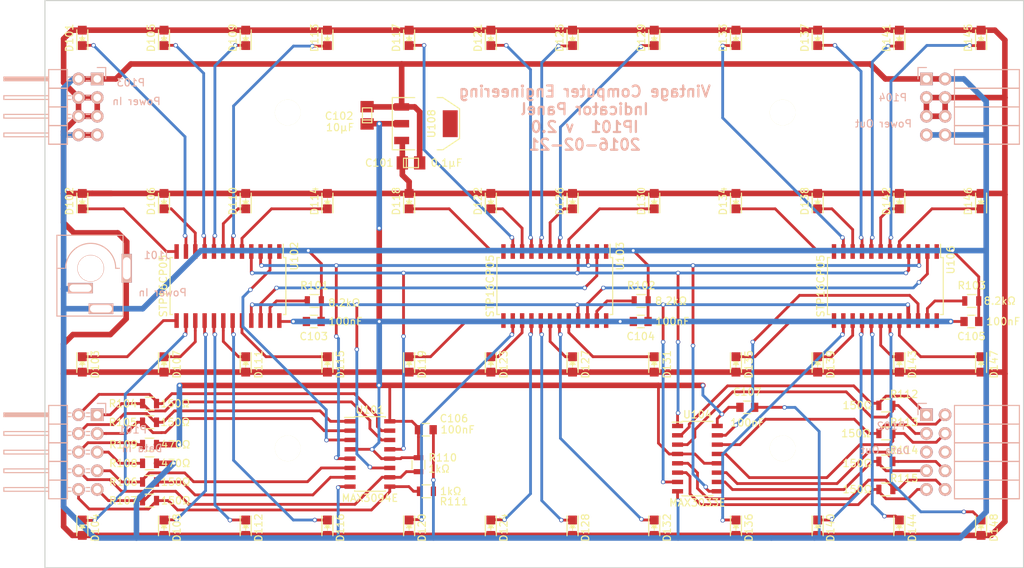
<source format=kicad_pcb>
(kicad_pcb (version 4) (host pcbnew 4.0.7+dfsg1-1)
  (title_block (title "Indicator Panel") (date 2016-02-23) (rev 2.0) (company "Vintage Computer Engineering"))
  (layers (0 F.Cu signal) (31 B.Cu signal) (34 B.Paste user) (35 F.Paste user) (36 B.SilkS user) (37 F.SilkS user) (38 B.Mask user) (39 F.Mask user) (44 Edge.Cuts user))
  (net 0 "")
  (net 1 +12V)
  (net 2 GND)
  (net 3 "Net-(U102-Pad22)")
  (net 4 "Net-(U103-Pad22)")
  (net 5 "Net-(P101-Pad1)")
  (net 6 "Net-(P101-Pad2)")
  (net 7 "Net-(P101-Pad5)")
  (net 8 "Net-(P101-Pad6)")
  (net 9 "Net-(P102-Pad1)")
  (net 10 "Net-(P102-Pad2)")
  (net 11 "Net-(R101-Pad1)")
  (net 12 "Net-(R102-Pad1)")
  (net 13 "Net-(R103-Pad1)")
  (net 14 +3V3)
  (net 15 "Net-(D101-Pad1)")
  (net 16 "Net-(D102-Pad1)")
  (net 17 "Net-(D103-Pad1)")
  (net 18 "Net-(D104-Pad1)")
  (net 19 "Net-(D105-Pad1)")
  (net 20 "Net-(D106-Pad1)")
  (net 21 "Net-(D107-Pad1)")
  (net 22 "Net-(D108-Pad1)")
  (net 23 "Net-(D109-Pad1)")
  (net 24 "Net-(D110-Pad1)")
  (net 25 "Net-(D111-Pad1)")
  (net 26 "Net-(D112-Pad1)")
  (net 27 "Net-(D113-Pad1)")
  (net 28 "Net-(D114-Pad1)")
  (net 29 "Net-(D115-Pad1)")
  (net 30 "Net-(D116-Pad1)")
  (net 31 "Net-(D117-Pad1)")
  (net 32 "Net-(D118-Pad1)")
  (net 33 "Net-(D119-Pad1)")
  (net 34 "Net-(D120-Pad1)")
  (net 35 "Net-(D121-Pad1)")
  (net 36 "Net-(D122-Pad1)")
  (net 37 "Net-(D123-Pad1)")
  (net 38 "Net-(D124-Pad1)")
  (net 39 "Net-(D125-Pad1)")
  (net 40 "Net-(D126-Pad1)")
  (net 41 "Net-(D127-Pad1)")
  (net 42 "Net-(D128-Pad1)")
  (net 43 "Net-(D129-Pad1)")
  (net 44 "Net-(D130-Pad1)")
  (net 45 "Net-(D131-Pad1)")
  (net 46 "Net-(D132-Pad1)")
  (net 47 "Net-(D133-Pad1)")
  (net 48 "Net-(D134-Pad1)")
  (net 49 "Net-(D135-Pad1)")
  (net 50 "Net-(D136-Pad1)")
  (net 51 "Net-(D137-Pad1)")
  (net 52 "Net-(D138-Pad1)")
  (net 53 "Net-(D139-Pad1)")
  (net 54 "Net-(D140-Pad1)")
  (net 55 "Net-(D141-Pad1)")
  (net 56 "Net-(D142-Pad1)")
  (net 57 "Net-(D143-Pad1)")
  (net 58 "Net-(D144-Pad1)")
  (net 59 "Net-(D145-Pad1)")
  (net 60 "Net-(D146-Pad1)")
  (net 61 "Net-(D147-Pad1)")
  (net 62 "Net-(D148-Pad1)")
  (net 63 "Net-(P101-Pad3)")
  (net 64 "Net-(P101-Pad4)")
  (net 65 "Net-(P101-Pad7)")
  (net 66 "Net-(P101-Pad8)")
  (net 67 "Net-(P102-Pad4)")
  (net 68 "Net-(P102-Pad5)")
  (net 69 "Net-(P101-Pad9)")
  (net 70 "Net-(P101-Pad10)")
  (net 71 "Net-(P102-Pad3)")
  (net 72 "Net-(P102-Pad6)")
  (net 73 "Net-(P102-Pad7)")
  (net 74 "Net-(P102-Pad8)")
  (net 75 "Net-(P102-Pad9)")
  (net 76 "Net-(P102-Pad10)")
  (net 77 "Net-(U101-Pad3)")
  (net 78 "Net-(U101-Pad5)")
  (net 79 "Net-(U101-Pad11)")
  (net 80 "Net-(U101-Pad13)")
  (net 81 "Net-(U104-Pad15)")
  (module Capacitors_Tantalum_SMD:TantalC_SizeR_EIA-2012 (layer F.Cu) (at 100.203 73.025 270)
    (fp_text reference C102 (at 0.09398 3.81 360) (layer F.SilkS))
    (fp_text value 10μF (at 1.651 3.683 360) (layer F.SilkS))
    (pad 1 smd rect (at 1.17602 0 270) (size 1.5494 1.80086) (layers F.Cu F.Paste F.Mask) (net 14 +3V3))
    (pad 2 smd rect (at -1.17602 0 270) (size 1.5494 1.80086) (layers F.Cu F.Paste F.Mask) (net 2 GND))
  )
  (module LEDs:LED-0805 (layer F.Cu) (at 139.2555 62.484 90)
    (fp_text reference D129 (at 0 -1.75 90) (layer F.SilkS))
    (fp_text value LED-45)
    (pad 2 smd rect (at 1.04902 0 270) (size 1.19888 1.19888) (layers F.Cu F.Paste F.Mask) (net 1 +12V))
    (pad 1 smd rect (at -1.04902 0 270) (size 1.19888 1.19888) (layers F.Cu F.Paste F.Mask) (net 43 "Net-(D129-Pad1)"))
  )
  (module Resistors_SMD:R_0805 (layer F.Cu) (at 108.27 124.206)
    (fp_text reference R111 (at 3.744 1.397) (layer F.SilkS))
    (fp_text value 1kΩ (at 3.302 0) (layer F.SilkS))
    (pad 1 smd rect (at -0.95 0) (size 0.7 1.3) (layers F.Cu F.Paste F.Mask) (net 70 "Net-(P101-Pad10)"))
    (pad 2 smd rect (at 0.95 0) (size 0.7 1.3) (layers F.Cu F.Paste F.Mask) (net 2 GND))
  )
  (module Housings_SOIC:SOIC-16_3.9x9.9mm_Pitch1.27mm (layer F.Cu) (at 100.584 119.126)
    (fp_text reference U101 (at 0 -6) (layer F.SilkS))
    (fp_text value MAX3094E (at 0 6) (layer F.SilkS))
    (pad 1 smd rect (at -2.7 -4.445) (size 1.5 0.6) (layers F.Cu F.Paste F.Mask) (net 64 "Net-(P101-Pad4)"))
    (pad 2 smd rect (at -2.7 -3.175) (size 1.5 0.6) (layers F.Cu F.Paste F.Mask) (net 63 "Net-(P101-Pad3)"))
    (pad 3 smd rect (at -2.7 -1.905) (size 1.5 0.6) (layers F.Cu F.Paste F.Mask) (net 77 "Net-(U101-Pad3)"))
    (pad 4 smd rect (at -2.7 -0.635) (size 1.5 0.6) (layers F.Cu F.Paste F.Mask) (net 14 +3V3))
    (pad 5 smd rect (at -2.7 0.635) (size 1.5 0.6) (layers F.Cu F.Paste F.Mask) (net 78 "Net-(U101-Pad5)"))
    (pad 6 smd rect (at -2.7 1.905) (size 1.5 0.6) (layers F.Cu F.Paste F.Mask) (net 65 "Net-(P101-Pad7)"))
    (pad 7 smd rect (at -2.7 3.175) (size 1.5 0.6) (layers F.Cu F.Paste F.Mask) (net 66 "Net-(P101-Pad8)"))
    (pad 8 smd rect (at -2.7 4.445) (size 1.5 0.6) (layers F.Cu F.Paste F.Mask) (net 2 GND))
    (pad 9 smd rect (at 2.7 4.445) (size 1.5 0.6) (layers F.Cu F.Paste F.Mask) (net 70 "Net-(P101-Pad10)"))
    (pad 10 smd rect (at 2.7 3.175) (size 1.5 0.6) (layers F.Cu F.Paste F.Mask) (net 69 "Net-(P101-Pad9)"))
    (pad 11 smd rect (at 2.7 1.905) (size 1.5 0.6) (layers F.Cu F.Paste F.Mask) (net 79 "Net-(U101-Pad11)"))
    (pad 12 smd rect (at 2.7 0.635) (size 1.5 0.6) (layers F.Cu F.Paste F.Mask) (net 14 +3V3))
    (pad 13 smd rect (at 2.7 -0.635) (size 1.5 0.6) (layers F.Cu F.Paste F.Mask) (net 80 "Net-(U101-Pad13)"))
    (pad 14 smd rect (at 2.7 -1.905) (size 1.5 0.6) (layers F.Cu F.Paste F.Mask) (net 5 "Net-(P101-Pad1)"))
    (pad 15 smd rect (at 2.7 -3.175) (size 1.5 0.6) (layers F.Cu F.Paste F.Mask) (net 6 "Net-(P101-Pad2)"))
    (pad 16 smd rect (at 2.7 -4.445) (size 1.5 0.6) (layers F.Cu F.Paste F.Mask) (net 14 +3V3))
  )
  (module Resistors_SMD:R_0805 (layer F.Cu) (at 70.612 122.936)
    (fp_text reference R106 (at -3.556 0) (layer F.SilkS))
    (fp_text value 150Ω (at 3.556 0) (layer F.SilkS))
    (pad 1 smd rect (at -0.95 0) (size 0.7 1.3) (layers F.Cu F.Paste F.Mask) (net 65 "Net-(P101-Pad7)"))
    (pad 2 smd rect (at 0.95 0) (size 0.7 1.3) (layers F.Cu F.Paste F.Mask) (net 66 "Net-(P101-Pad8)"))
  )
  (module Housings_SOIC:SOIC-24_7.5x15.4mm_Pitch1.27mm (layer F.Cu) (at 81.28 96.266 270)
    (fp_text reference U102 (at -4.064 -9.017 270) (layer F.SilkS))
    (fp_text value STP16CP05 (at 0 8.8 270) (layer F.SilkS))
    (pad 1 smd rect (at -4.7 -6.985 270) (size 2 0.6) (layers F.Cu F.Paste F.Mask) (net 2 GND))
    (pad 2 smd rect (at -4.7 -5.715 270) (size 2 0.6) (layers F.Cu F.Paste F.Mask) (net 77 "Net-(U101-Pad3)"))
    (pad 3 smd rect (at -4.7 -4.445 270) (size 2 0.6) (layers F.Cu F.Paste F.Mask) (net 78 "Net-(U101-Pad5)"))
    (pad 4 smd rect (at -4.7 -3.175 270) (size 2 0.6) (layers F.Cu F.Paste F.Mask) (net 80 "Net-(U101-Pad13)"))
    (pad 5 smd rect (at -4.7 -1.905 270) (size 2 0.6) (layers F.Cu F.Paste F.Mask) (net 28 "Net-(D114-Pad1)"))
    (pad 6 smd rect (at -4.7 -0.635 270) (size 2 0.6) (layers F.Cu F.Paste F.Mask) (net 27 "Net-(D113-Pad1)"))
    (pad 7 smd rect (at -4.7 0.635 270) (size 2 0.6) (layers F.Cu F.Paste F.Mask) (net 24 "Net-(D110-Pad1)"))
    (pad 8 smd rect (at -4.7 1.905 270) (size 2 0.6) (layers F.Cu F.Paste F.Mask) (net 23 "Net-(D109-Pad1)"))
    (pad 9 smd rect (at -4.7 3.175 270) (size 2 0.6) (layers F.Cu F.Paste F.Mask) (net 19 "Net-(D105-Pad1)"))
    (pad 10 smd rect (at -4.7 4.445 270) (size 2 0.6) (layers F.Cu F.Paste F.Mask) (net 20 "Net-(D106-Pad1)"))
    (pad 11 smd rect (at -4.7 5.715 270) (size 2 0.6) (layers F.Cu F.Paste F.Mask) (net 15 "Net-(D101-Pad1)"))
    (pad 12 smd rect (at -4.7 6.985 270) (size 2 0.6) (layers F.Cu F.Paste F.Mask) (net 16 "Net-(D102-Pad1)"))
    (pad 13 smd rect (at 4.7 6.985 270) (size 2 0.6) (layers F.Cu F.Paste F.Mask) (net 17 "Net-(D103-Pad1)"))
    (pad 14 smd rect (at 4.7 5.715 270) (size 2 0.6) (layers F.Cu F.Paste F.Mask) (net 18 "Net-(D104-Pad1)"))
    (pad 15 smd rect (at 4.7 4.445 270) (size 2 0.6) (layers F.Cu F.Paste F.Mask) (net 21 "Net-(D107-Pad1)"))
    (pad 16 smd rect (at 4.7 3.175 270) (size 2 0.6) (layers F.Cu F.Paste F.Mask) (net 22 "Net-(D108-Pad1)"))
    (pad 17 smd rect (at 4.7 1.905 270) (size 2 0.6) (layers F.Cu F.Paste F.Mask) (net 26 "Net-(D112-Pad1)"))
    (pad 18 smd rect (at 4.7 0.635 270) (size 2 0.6) (layers F.Cu F.Paste F.Mask) (net 25 "Net-(D111-Pad1)"))
    (pad 19 smd rect (at 4.7 -0.635 270) (size 2 0.6) (layers F.Cu F.Paste F.Mask) (net 30 "Net-(D116-Pad1)"))
    (pad 20 smd rect (at 4.7 -1.905 270) (size 2 0.6) (layers F.Cu F.Paste F.Mask) (net 29 "Net-(D115-Pad1)"))
    (pad 21 smd rect (at 4.7 -3.175 270) (size 2 0.6) (layers F.Cu F.Paste F.Mask) (net 79 "Net-(U101-Pad11)"))
    (pad 22 smd rect (at 4.7 -4.445 270) (size 2 0.6) (layers F.Cu F.Paste F.Mask) (net 3 "Net-(U102-Pad22)"))
    (pad 23 smd rect (at 4.7 -5.715 270) (size 2 0.6) (layers F.Cu F.Paste F.Mask) (net 11 "Net-(R101-Pad1)"))
    (pad 24 smd rect (at 4.7 -6.985 270) (size 2 0.6) (layers F.Cu F.Paste F.Mask) (net 14 +3V3))
  )
  (module Housings_SOIC:SOIC-24_7.5x15.4mm_Pitch1.27mm (layer F.Cu) (at 125.73 96.266 270)
    (fp_text reference U103 (at -4.064 -8.89 270) (layer F.SilkS))
    (fp_text value STP16CP05 (at 0 8.8 270) (layer F.SilkS))
    (pad 1 smd rect (at -4.7 -6.985 270) (size 2 0.6) (layers F.Cu F.Paste F.Mask) (net 2 GND))
    (pad 2 smd rect (at -4.7 -5.715 270) (size 2 0.6) (layers F.Cu F.Paste F.Mask) (net 3 "Net-(U102-Pad22)"))
    (pad 3 smd rect (at -4.7 -4.445 270) (size 2 0.6) (layers F.Cu F.Paste F.Mask) (net 78 "Net-(U101-Pad5)"))
    (pad 4 smd rect (at -4.7 -3.175 270) (size 2 0.6) (layers F.Cu F.Paste F.Mask) (net 80 "Net-(U101-Pad13)"))
    (pad 5 smd rect (at -4.7 -1.905 270) (size 2 0.6) (layers F.Cu F.Paste F.Mask) (net 44 "Net-(D130-Pad1)"))
    (pad 6 smd rect (at -4.7 -0.635 270) (size 2 0.6) (layers F.Cu F.Paste F.Mask) (net 43 "Net-(D129-Pad1)"))
    (pad 7 smd rect (at -4.7 0.635 270) (size 2 0.6) (layers F.Cu F.Paste F.Mask) (net 40 "Net-(D126-Pad1)"))
    (pad 8 smd rect (at -4.7 1.905 270) (size 2 0.6) (layers F.Cu F.Paste F.Mask) (net 39 "Net-(D125-Pad1)"))
    (pad 9 smd rect (at -4.7 3.175 270) (size 2 0.6) (layers F.Cu F.Paste F.Mask) (net 35 "Net-(D121-Pad1)"))
    (pad 10 smd rect (at -4.7 4.445 270) (size 2 0.6) (layers F.Cu F.Paste F.Mask) (net 36 "Net-(D122-Pad1)"))
    (pad 11 smd rect (at -4.7 5.715 270) (size 2 0.6) (layers F.Cu F.Paste F.Mask) (net 31 "Net-(D117-Pad1)"))
    (pad 12 smd rect (at -4.7 6.985 270) (size 2 0.6) (layers F.Cu F.Paste F.Mask) (net 32 "Net-(D118-Pad1)"))
    (pad 13 smd rect (at 4.7 6.985 270) (size 2 0.6) (layers F.Cu F.Paste F.Mask) (net 33 "Net-(D119-Pad1)"))
    (pad 14 smd rect (at 4.7 5.715 270) (size 2 0.6) (layers F.Cu F.Paste F.Mask) (net 34 "Net-(D120-Pad1)"))
    (pad 15 smd rect (at 4.7 4.445 270) (size 2 0.6) (layers F.Cu F.Paste F.Mask) (net 37 "Net-(D123-Pad1)"))
    (pad 16 smd rect (at 4.7 3.175 270) (size 2 0.6) (layers F.Cu F.Paste F.Mask) (net 38 "Net-(D124-Pad1)"))
    (pad 17 smd rect (at 4.7 1.905 270) (size 2 0.6) (layers F.Cu F.Paste F.Mask) (net 42 "Net-(D128-Pad1)"))
    (pad 18 smd rect (at 4.7 0.635 270) (size 2 0.6) (layers F.Cu F.Paste F.Mask) (net 41 "Net-(D127-Pad1)"))
    (pad 19 smd rect (at 4.7 -0.635 270) (size 2 0.6) (layers F.Cu F.Paste F.Mask) (net 46 "Net-(D132-Pad1)"))
    (pad 20 smd rect (at 4.7 -1.905 270) (size 2 0.6) (layers F.Cu F.Paste F.Mask) (net 45 "Net-(D131-Pad1)"))
    (pad 21 smd rect (at 4.7 -3.175 270) (size 2 0.6) (layers F.Cu F.Paste F.Mask) (net 79 "Net-(U101-Pad11)"))
    (pad 22 smd rect (at 4.7 -4.445 270) (size 2 0.6) (layers F.Cu F.Paste F.Mask) (net 4 "Net-(U103-Pad22)"))
    (pad 23 smd rect (at 4.7 -5.715 270) (size 2 0.6) (layers F.Cu F.Paste F.Mask) (net 12 "Net-(R102-Pad1)"))
    (pad 24 smd rect (at 4.7 -6.985 270) (size 2 0.6) (layers F.Cu F.Paste F.Mask) (net 14 +3V3))
  )
  (module Housings_SOIC:SOIC-24_7.5x15.4mm_Pitch1.27mm (layer F.Cu) (at 170.688 96.266 270)
    (fp_text reference U106 (at -3.556 -8.89 270) (layer F.SilkS))
    (fp_text value STP16CP05 (at 0 8.8 270) (layer F.SilkS))
    (pad 1 smd rect (at -4.7 -6.985 270) (size 2 0.6) (layers F.Cu F.Paste F.Mask) (net 2 GND))
    (pad 2 smd rect (at -4.7 -5.715 270) (size 2 0.6) (layers F.Cu F.Paste F.Mask) (net 4 "Net-(U103-Pad22)"))
    (pad 3 smd rect (at -4.7 -4.445 270) (size 2 0.6) (layers F.Cu F.Paste F.Mask) (net 78 "Net-(U101-Pad5)"))
    (pad 4 smd rect (at -4.7 -3.175 270) (size 2 0.6) (layers F.Cu F.Paste F.Mask) (net 80 "Net-(U101-Pad13)"))
    (pad 5 smd rect (at -4.7 -1.905 270) (size 2 0.6) (layers F.Cu F.Paste F.Mask) (net 60 "Net-(D146-Pad1)"))
    (pad 6 smd rect (at -4.7 -0.635 270) (size 2 0.6) (layers F.Cu F.Paste F.Mask) (net 59 "Net-(D145-Pad1)"))
    (pad 7 smd rect (at -4.7 0.635 270) (size 2 0.6) (layers F.Cu F.Paste F.Mask) (net 56 "Net-(D142-Pad1)"))
    (pad 8 smd rect (at -4.7 1.905 270) (size 2 0.6) (layers F.Cu F.Paste F.Mask) (net 55 "Net-(D141-Pad1)"))
    (pad 9 smd rect (at -4.7 3.175 270) (size 2 0.6) (layers F.Cu F.Paste F.Mask) (net 51 "Net-(D137-Pad1)"))
    (pad 10 smd rect (at -4.7 4.445 270) (size 2 0.6) (layers F.Cu F.Paste F.Mask) (net 52 "Net-(D138-Pad1)"))
    (pad 11 smd rect (at -4.7 5.715 270) (size 2 0.6) (layers F.Cu F.Paste F.Mask) (net 47 "Net-(D133-Pad1)"))
    (pad 12 smd rect (at -4.7 6.985 270) (size 2 0.6) (layers F.Cu F.Paste F.Mask) (net 48 "Net-(D134-Pad1)"))
    (pad 13 smd rect (at 4.7 6.985 270) (size 2 0.6) (layers F.Cu F.Paste F.Mask) (net 49 "Net-(D135-Pad1)"))
    (pad 14 smd rect (at 4.7 5.715 270) (size 2 0.6) (layers F.Cu F.Paste F.Mask) (net 50 "Net-(D136-Pad1)"))
    (pad 15 smd rect (at 4.7 4.445 270) (size 2 0.6) (layers F.Cu F.Paste F.Mask) (net 53 "Net-(D139-Pad1)"))
    (pad 16 smd rect (at 4.7 3.175 270) (size 2 0.6) (layers F.Cu F.Paste F.Mask) (net 54 "Net-(D140-Pad1)"))
    (pad 17 smd rect (at 4.7 1.905 270) (size 2 0.6) (layers F.Cu F.Paste F.Mask) (net 58 "Net-(D144-Pad1)"))
    (pad 18 smd rect (at 4.7 0.635 270) (size 2 0.6) (layers F.Cu F.Paste F.Mask) (net 57 "Net-(D143-Pad1)"))
    (pad 19 smd rect (at 4.7 -0.635 270) (size 2 0.6) (layers F.Cu F.Paste F.Mask) (net 62 "Net-(D148-Pad1)"))
    (pad 20 smd rect (at 4.7 -1.905 270) (size 2 0.6) (layers F.Cu F.Paste F.Mask) (net 61 "Net-(D147-Pad1)"))
    (pad 21 smd rect (at 4.7 -3.175 270) (size 2 0.6) (layers F.Cu F.Paste F.Mask) (net 79 "Net-(U101-Pad11)"))
    (pad 22 smd rect (at 4.7 -4.445 270) (size 2 0.6) (layers F.Cu F.Paste F.Mask) (net 81 "Net-(U104-Pad15)"))
    (pad 23 smd rect (at 4.7 -5.715 270) (size 2 0.6) (layers F.Cu F.Paste F.Mask) (net 13 "Net-(R103-Pad1)"))
    (pad 24 smd rect (at 4.7 -6.985 270) (size 2 0.6) (layers F.Cu F.Paste F.Mask) (net 14 +3V3))
  )
  (module TO_SOT_Packages_SMD:SOT-223 (layer F.Cu) (at 108.204 74.168 270)
    (fp_text reference U108 (at 0 -0.762 270) (layer F.SilkS))
    (fp_text value LD1117S33CTR)
    (pad 4 smd rect (at 0 -3.302 270) (size 3.6576 2.032) (layers F.Cu F.Paste F.Mask))
    (pad 2 smd rect (at 0 3.302 270) (size 1.016 2.032) (layers F.Cu F.Paste F.Mask) (net 14 +3V3))
    (pad 3 smd rect (at 2.286 3.302 270) (size 1.016 2.032) (layers F.Cu F.Paste F.Mask) (net 1 +12V))
    (pad 1 smd rect (at -2.286 3.302 270) (size 1.016 2.032) (layers F.Cu F.Paste F.Mask) (net 2 GND))
  )
  (module Mounting_Holes:MountingHole_3-5mm (layer F.Cu) (at 89.408 72.644)
    (fp_text reference REF** hide)
    (fp_text value MountingHole_3-5mm hide)
    (pad "" np_thru_hole circle (at 0 0) (size 3.5 3.5) (drill 3.5) (layers *.Cu *.Mask F.SilkS))
  )
  (module Mounting_Holes:MountingHole_3-5mm (layer F.Cu) (at 89.408 118.364)
    (fp_text reference REF** hide)
    (fp_text value MountingHole_3-5mm hide)
    (pad "" np_thru_hole circle (at 0 0) (size 3.5 3.5) (drill 3.5) (layers *.Cu *.Mask F.SilkS))
  )
  (module Mounting_Holes:MountingHole_3-5mm (layer F.Cu) (at 156.718 118.364)
    (fp_text reference REF** hide)
    (fp_text value MountingHole_3-5mm hide)
    (pad "" np_thru_hole circle (at 0 0) (size 3.5 3.5) (drill 3.5) (layers *.Cu *.Mask F.SilkS))
  )
  (module Mounting_Holes:MountingHole_3-5mm (layer F.Cu) (at 156.718 72.644)
    (fp_text reference REF** hide)
    (fp_text value MountingHole_3-5mm hide)
    (pad "" np_thru_hole circle (at 0 0) (size 3.5 3.5) (drill 3.5) (layers *.Cu *.Mask F.SilkS))
  )
  (module Capacitors_Tantalum_SMD:TantalC_SizeR_EIA-2012 (layer F.Cu) (at 106.172 79.502 180)
    (fp_text reference C101 (at 4.318 0 180) (layer F.SilkS))
    (fp_text value 0.1μF (at -4.826 0 180) (layer F.SilkS))
    (pad 1 smd rect (at 1.17602 0 180) (size 1.5494 1.80086) (layers F.Cu F.Paste F.Mask) (net 1 +12V))
    (pad 2 smd rect (at -1.17602 0 180) (size 1.5494 1.80086) (layers F.Cu F.Paste F.Mask) (net 2 GND))
  )
  (module Pin_Headers:Pin_Header_Angled_2x05 (layer B.Cu) (at 63.5 113.792 180)
    (fp_text reference P101 (at -4.826 -2.032 180) (layer B.SilkS) (effects (justify mirror)))
    (fp_text value "Data in" (at -6.096 -4.572 180) (layer B.SilkS) (effects (justify mirror)))
    (pad 1 thru_hole rect (at 0 0 180) (size 1.7272 1.7272) (drill 1.016) (layers *.Cu *.Mask B.SilkS) (net 5 "Net-(P101-Pad1)"))
    (pad 2 thru_hole oval (at 2.54 0 180) (size 1.7272 1.7272) (drill 1.016) (layers *.Cu *.Mask B.SilkS) (net 6 "Net-(P101-Pad2)"))
    (pad 3 thru_hole oval (at 0 -2.54 180) (size 1.7272 1.7272) (drill 1.016) (layers *.Cu *.Mask B.SilkS) (net 63 "Net-(P101-Pad3)"))
    (pad 4 thru_hole oval (at 2.54 -2.54 180) (size 1.7272 1.7272) (drill 1.016) (layers *.Cu *.Mask B.SilkS) (net 64 "Net-(P101-Pad4)"))
    (pad 5 thru_hole oval (at 0 -5.08 180) (size 1.7272 1.7272) (drill 1.016) (layers *.Cu *.Mask B.SilkS) (net 7 "Net-(P101-Pad5)"))
    (pad 6 thru_hole oval (at 2.54 -5.08 180) (size 1.7272 1.7272) (drill 1.016) (layers *.Cu *.Mask B.SilkS) (net 8 "Net-(P101-Pad6)"))
    (pad 7 thru_hole oval (at 0 -7.62 180) (size 1.7272 1.7272) (drill 1.016) (layers *.Cu *.Mask B.SilkS) (net 65 "Net-(P101-Pad7)"))
    (pad 8 thru_hole oval (at 2.54 -7.62 180) (size 1.7272 1.7272) (drill 1.016) (layers *.Cu *.Mask B.SilkS) (net 66 "Net-(P101-Pad8)"))
    (pad 9 thru_hole oval (at 0 -10.16 180) (size 1.7272 1.7272) (drill 1.016) (layers *.Cu *.Mask B.SilkS) (net 69 "Net-(P101-Pad9)"))
    (pad 10 thru_hole oval (at 2.54 -10.16 180) (size 1.7272 1.7272) (drill 1.016) (layers *.Cu *.Mask B.SilkS) (net 70 "Net-(P101-Pad10)"))
  )
  (module Socket_Strips:Socket_Strip_Angled_2x05 (layer B.Cu) (at 176.276 113.792 270)
    (fp_text reference P102 (at 1.524 4.826 360) (layer B.SilkS) (effects (justify mirror)))
    (fp_text value "Data Out" (at 4.826 5.588 360) (layer B.SilkS) (effects (justify mirror)))
    (pad 1 thru_hole rect (at 0 0 270) (size 1.7272 1.7272) (drill 1.016) (layers *.Cu *.Mask B.SilkS) (net 9 "Net-(P102-Pad1)"))
    (pad 2 thru_hole oval (at 0 -2.54 270) (size 1.7272 1.7272) (drill 1.016) (layers *.Cu *.Mask B.SilkS) (net 10 "Net-(P102-Pad2)"))
    (pad 3 thru_hole oval (at 2.54 0 270) (size 1.7272 1.7272) (drill 1.016) (layers *.Cu *.Mask B.SilkS) (net 71 "Net-(P102-Pad3)"))
    (pad 4 thru_hole oval (at 2.54 -2.54 270) (size 1.7272 1.7272) (drill 1.016) (layers *.Cu *.Mask B.SilkS) (net 67 "Net-(P102-Pad4)"))
    (pad 5 thru_hole oval (at 5.08 0 270) (size 1.7272 1.7272) (drill 1.016) (layers *.Cu *.Mask B.SilkS) (net 68 "Net-(P102-Pad5)"))
    (pad 6 thru_hole oval (at 5.08 -2.54 270) (size 1.7272 1.7272) (drill 1.016) (layers *.Cu *.Mask B.SilkS) (net 72 "Net-(P102-Pad6)"))
    (pad 7 thru_hole oval (at 7.62 0 270) (size 1.7272 1.7272) (drill 1.016) (layers *.Cu *.Mask B.SilkS) (net 73 "Net-(P102-Pad7)"))
    (pad 8 thru_hole oval (at 7.62 -2.54 270) (size 1.7272 1.7272) (drill 1.016) (layers *.Cu *.Mask B.SilkS) (net 74 "Net-(P102-Pad8)"))
    (pad 9 thru_hole oval (at 10.16 0 270) (size 1.7272 1.7272) (drill 1.016) (layers *.Cu *.Mask B.SilkS) (net 75 "Net-(P102-Pad9)"))
    (pad 10 thru_hole oval (at 10.16 -2.54 270) (size 1.7272 1.7272) (drill 1.016) (layers *.Cu *.Mask B.SilkS) (net 76 "Net-(P102-Pad10)"))
  )
  (module Pin_Headers:Pin_Header_Angled_2x04 (layer B.Cu) (at 63.5 68.072 180)
    (fp_text reference P103 (at -4.572 -0.508 180) (layer B.SilkS) (effects (justify mirror)))
    (fp_text value "Power In" (at -5.334 -3.048 180) (layer B.SilkS) (effects (justify mirror)))
    (pad 1 thru_hole rect (at 0 0 180) (size 1.7272 1.7272) (drill 1.016) (layers *.Cu *.Mask B.SilkS) (net 2 GND))
    (pad 2 thru_hole oval (at 2.54 0 180) (size 1.7272 1.7272) (drill 1.016) (layers *.Cu *.Mask B.SilkS) (net 2 GND))
    (pad 3 thru_hole oval (at 0 -2.54 180) (size 1.7272 1.7272) (drill 1.016) (layers *.Cu *.Mask B.SilkS) (net 1 +12V))
    (pad 4 thru_hole oval (at 2.54 -2.54 180) (size 1.7272 1.7272) (drill 1.016) (layers *.Cu *.Mask B.SilkS) (net 1 +12V))
    (pad 5 thru_hole oval (at 0 -5.08 180) (size 1.7272 1.7272) (drill 1.016) (layers *.Cu *.Mask B.SilkS) (net 1 +12V))
    (pad 6 thru_hole oval (at 2.54 -5.08 180) (size 1.7272 1.7272) (drill 1.016) (layers *.Cu *.Mask B.SilkS) (net 1 +12V))
    (pad 7 thru_hole oval (at 0 -7.62 180) (size 1.7272 1.7272) (drill 1.016) (layers *.Cu *.Mask B.SilkS) (net 2 GND))
    (pad 8 thru_hole oval (at 2.54 -7.62 180) (size 1.7272 1.7272) (drill 1.016) (layers *.Cu *.Mask B.SilkS) (net 2 GND))
  )
  (module Socket_Strips:Socket_Strip_Angled_2x04 (layer B.Cu) (at 176.276 68.072 270)
    (fp_text reference P104 (at 2.54 4.572 360) (layer B.SilkS) (effects (justify mirror)))
    (fp_text value "Power Out" (at 6.096 5.842 360) (layer B.SilkS) (effects (justify mirror)))
    (pad 1 thru_hole rect (at 0 0 270) (size 1.7272 1.7272) (drill 1.016) (layers *.Cu *.Mask B.SilkS) (net 2 GND))
    (pad 2 thru_hole oval (at 0 -2.54 270) (size 1.7272 1.7272) (drill 1.016) (layers *.Cu *.Mask B.SilkS) (net 2 GND))
    (pad 3 thru_hole oval (at 2.54 0 270) (size 1.7272 1.7272) (drill 1.016) (layers *.Cu *.Mask B.SilkS) (net 1 +12V))
    (pad 4 thru_hole oval (at 2.54 -2.54 270) (size 1.7272 1.7272) (drill 1.016) (layers *.Cu *.Mask B.SilkS) (net 1 +12V))
    (pad 5 thru_hole oval (at 5.08 0 270) (size 1.7272 1.7272) (drill 1.016) (layers *.Cu *.Mask B.SilkS) (net 1 +12V))
    (pad 6 thru_hole oval (at 5.08 -2.54 270) (size 1.7272 1.7272) (drill 1.016) (layers *.Cu *.Mask B.SilkS) (net 1 +12V))
    (pad 7 thru_hole oval (at 7.62 0 270) (size 1.7272 1.7272) (drill 1.016) (layers *.Cu *.Mask B.SilkS) (net 2 GND))
    (pad 8 thru_hole oval (at 7.62 -2.54 270) (size 1.7272 1.7272) (drill 1.016) (layers *.Cu *.Mask B.SilkS) (net 2 GND))
  )
  (module Capacitors_SMD:C_0805 (layer F.Cu) (at 92.948 101.092)
    (fp_text reference C103 (at 0 2.032) (layer F.SilkS))
    (fp_text value 100nF (at 4.318 0) (layer F.SilkS))
    (pad 1 smd rect (at -1 0) (size 1 1.25) (layers F.Cu F.Paste F.Mask) (net 14 +3V3))
    (pad 2 smd rect (at 1 0) (size 1 1.25) (layers F.Cu F.Paste F.Mask) (net 2 GND))
  )
  (module Capacitors_SMD:C_0805 (layer F.Cu) (at 137.414 101.092)
    (fp_text reference C104 (at 0 2.032) (layer F.SilkS))
    (fp_text value 100nF (at 4.318 0) (layer F.SilkS))
    (pad 1 smd rect (at -1 0) (size 1 1.25) (layers F.Cu F.Paste F.Mask) (net 14 +3V3))
    (pad 2 smd rect (at 1 0) (size 1 1.25) (layers F.Cu F.Paste F.Mask) (net 2 GND))
  )
  (module Capacitors_SMD:C_0805 (layer F.Cu) (at 182.388 101.092)
    (fp_text reference C105 (at 0 2.032) (layer F.SilkS))
    (fp_text value 100nF (at 4.318 0) (layer F.SilkS))
    (pad 1 smd rect (at -1 0) (size 1 1.25) (layers F.Cu F.Paste F.Mask) (net 14 +3V3))
    (pad 2 smd rect (at 1 0) (size 1 1.25) (layers F.Cu F.Paste F.Mask) (net 2 GND))
  )
  (module Capacitors_SMD:C_0805 (layer F.Cu) (at 108.188 115.824)
    (fp_text reference C106 (at 3.826 -1.524) (layer F.SilkS))
    (fp_text value 100nF (at 4.334 0) (layer F.SilkS))
    (pad 1 smd rect (at -1 0) (size 1 1.25) (layers F.Cu F.Paste F.Mask) (net 14 +3V3))
    (pad 2 smd rect (at 1 0) (size 1 1.25) (layers F.Cu F.Paste F.Mask) (net 2 GND))
  )
  (module Capacitors_SMD:C_0805 (layer F.Cu) (at 151.908 112.776)
    (fp_text reference C107 (at 0 -2.1) (layer F.SilkS))
    (fp_text value 100nF (at 0 2.1) (layer F.SilkS))
    (pad 1 smd rect (at -1 0) (size 1 1.25) (layers F.Cu F.Paste F.Mask) (net 14 +3V3))
    (pad 2 smd rect (at 1 0) (size 1 1.25) (layers F.Cu F.Paste F.Mask) (net 2 GND))
  )
  (module Resistors_SMD:R_0805 (layer F.Cu) (at 93.03 98.298)
    (fp_text reference R101 (at 0 -2.1) (layer F.SilkS))
    (fp_text value 8.2kΩ (at 4.064 0.254) (layer F.SilkS))
    (pad 1 smd rect (at -0.95 0) (size 0.7 1.3) (layers F.Cu F.Paste F.Mask) (net 11 "Net-(R101-Pad1)"))
    (pad 2 smd rect (at 0.95 0) (size 0.7 1.3) (layers F.Cu F.Paste F.Mask) (net 2 GND))
  )
  (module Resistors_SMD:R_0805 (layer F.Cu) (at 137.48 98.298)
    (fp_text reference R102 (at 0 -2.1) (layer F.SilkS))
    (fp_text value 8.2kΩ (at 4.064 0) (layer F.SilkS))
    (pad 1 smd rect (at -0.95 0) (size 0.7 1.3) (layers F.Cu F.Paste F.Mask) (net 12 "Net-(R102-Pad1)"))
    (pad 2 smd rect (at 0.95 0) (size 0.7 1.3) (layers F.Cu F.Paste F.Mask) (net 2 GND))
  )
  (module Resistors_SMD:R_0805 (layer F.Cu) (at 182.438 98.298)
    (fp_text reference R103 (at 0 -2.1) (layer F.SilkS))
    (fp_text value 8.2kΩ (at 3.81 0) (layer F.SilkS))
    (pad 1 smd rect (at -0.95 0) (size 0.7 1.3) (layers F.Cu F.Paste F.Mask) (net 13 "Net-(R103-Pad1)"))
    (pad 2 smd rect (at 0.95 0) (size 0.7 1.3) (layers F.Cu F.Paste F.Mask) (net 2 GND))
  )
  (module Resistors_SMD:R_0805 (layer F.Cu) (at 70.612 112.268)
    (fp_text reference R104 (at -3.622 0) (layer F.SilkS))
    (fp_text value 150Ω (at 3.49 0) (layer F.SilkS))
    (pad 1 smd rect (at -0.95 0) (size 0.7 1.3) (layers F.Cu F.Paste F.Mask) (net 5 "Net-(P101-Pad1)"))
    (pad 2 smd rect (at 0.95 0) (size 0.7 1.3) (layers F.Cu F.Paste F.Mask) (net 6 "Net-(P101-Pad2)"))
  )
  (module Resistors_SMD:R_0805 (layer F.Cu) (at 70.612 114.808)
    (fp_text reference R105 (at -3.622 0) (layer F.SilkS))
    (fp_text value 150Ω (at 3.49 0) (layer F.SilkS))
    (pad 1 smd rect (at -0.95 0) (size 0.7 1.3) (layers F.Cu F.Paste F.Mask) (net 63 "Net-(P101-Pad3)"))
    (pad 2 smd rect (at 0.95 0) (size 0.7 1.3) (layers F.Cu F.Paste F.Mask) (net 64 "Net-(P101-Pad4)"))
  )
  (module Resistors_SMD:R_0805 (layer F.Cu) (at 70.612 125.476)
    (fp_text reference R107 (at -3.556 0) (layer F.SilkS))
    (fp_text value 150Ω (at 3.556 0) (layer F.SilkS))
    (pad 1 smd rect (at -0.95 0) (size 0.7 1.3) (layers F.Cu F.Paste F.Mask) (net 69 "Net-(P101-Pad9)"))
    (pad 2 smd rect (at 0.95 0) (size 0.7 1.3) (layers F.Cu F.Paste F.Mask) (net 70 "Net-(P101-Pad10)"))
  )
  (module Resistors_SMD:R_0805 (layer F.Cu) (at 70.612 120.396 180)
    (fp_text reference R108 (at 3.556 0 180) (layer F.SilkS))
    (fp_text value 470Ω (at -3.556 0 180) (layer F.SilkS))
    (pad 1 smd rect (at -0.95 0 180) (size 0.7 1.3) (layers F.Cu F.Paste F.Mask) (net 2 GND))
    (pad 2 smd rect (at 0.95 0 180) (size 0.7 1.3) (layers F.Cu F.Paste F.Mask) (net 7 "Net-(P101-Pad5)"))
  )
  (module Resistors_SMD:R_0805 (layer F.Cu) (at 70.612 117.856 180)
    (fp_text reference R109 (at 3.556 0 180) (layer F.SilkS))
    (fp_text value 470Ω (at -3.556 0 180) (layer F.SilkS))
    (pad 1 smd rect (at -0.95 0 180) (size 0.7 1.3) (layers F.Cu F.Paste F.Mask) (net 14 +3V3))
    (pad 2 smd rect (at 0.95 0 180) (size 0.7 1.3) (layers F.Cu F.Paste F.Mask) (net 8 "Net-(P101-Pad6)"))
  )
  (module Resistors_SMD:R_0805 (layer F.Cu) (at 107.188 120.584 270)
    (fp_text reference R110 (at -0.95 -3.302 360) (layer F.SilkS))
    (fp_text value 1kΩ (at 0.574 -2.794 360) (layer F.SilkS))
    (pad 1 smd rect (at -0.95 0 270) (size 0.7 1.3) (layers F.Cu F.Paste F.Mask) (net 14 +3V3))
    (pad 2 smd rect (at 0.95 0 270) (size 0.7 1.3) (layers F.Cu F.Paste F.Mask) (net 69 "Net-(P101-Pad9)"))
  )
  (module LEDs:LED-0805 (layer F.Cu) (at 61.468 62.484 90)
    (fp_text reference D101 (at 0 -1.75 90) (layer F.SilkS))
    (fp_text value LED-45)
    (pad 2 smd rect (at 1.04902 0 270) (size 1.19888 1.19888) (layers F.Cu F.Paste F.Mask) (net 1 +12V))
    (pad 1 smd rect (at -1.04902 0 270) (size 1.19888 1.19888) (layers F.Cu F.Paste F.Mask) (net 15 "Net-(D101-Pad1)"))
  )
  (module LEDs:LED-0805 (layer F.Cu) (at 61.468 84.709 90)
    (fp_text reference D102 (at 0 -1.75 90) (layer F.SilkS))
    (fp_text value LED-45)
    (pad 2 smd rect (at 1.04902 0 270) (size 1.19888 1.19888) (layers F.Cu F.Paste F.Mask) (net 1 +12V))
    (pad 1 smd rect (at -1.04902 0 270) (size 1.19888 1.19888) (layers F.Cu F.Paste F.Mask) (net 16 "Net-(D102-Pad1)"))
  )
  (module LEDs:LED-0805 (layer F.Cu) (at 61.468 106.934 270)
    (fp_text reference D103 (at 0 -1.75 270) (layer F.SilkS))
    (fp_text value LED-45)
    (pad 2 smd rect (at 1.04902 0 90) (size 1.19888 1.19888) (layers F.Cu F.Paste F.Mask) (net 1 +12V))
    (pad 1 smd rect (at -1.04902 0 90) (size 1.19888 1.19888) (layers F.Cu F.Paste F.Mask) (net 17 "Net-(D103-Pad1)"))
  )
  (module LEDs:LED-0805 (layer F.Cu) (at 61.468 129.159 270)
    (fp_text reference D104 (at 0 -1.75 270) (layer F.SilkS))
    (fp_text value LED-45)
    (pad 2 smd rect (at 1.04902 0 90) (size 1.19888 1.19888) (layers F.Cu F.Paste F.Mask) (net 1 +12V))
    (pad 1 smd rect (at -1.04902 0 90) (size 1.19888 1.19888) (layers F.Cu F.Paste F.Mask) (net 18 "Net-(D104-Pad1)"))
  )
  (module LEDs:LED-0805 (layer F.Cu) (at 72.5805 62.484 90)
    (fp_text reference D105 (at 0 -1.75 90) (layer F.SilkS))
    (fp_text value LED-45)
    (pad 2 smd rect (at 1.04902 0 270) (size 1.19888 1.19888) (layers F.Cu F.Paste F.Mask) (net 1 +12V))
    (pad 1 smd rect (at -1.04902 0 270) (size 1.19888 1.19888) (layers F.Cu F.Paste F.Mask) (net 19 "Net-(D105-Pad1)"))
  )
  (module LEDs:LED-0805 (layer F.Cu) (at 72.5805 84.709 90)
    (fp_text reference D106 (at 0 -1.75 90) (layer F.SilkS))
    (fp_text value LED-45)
    (pad 2 smd rect (at 1.04902 0 270) (size 1.19888 1.19888) (layers F.Cu F.Paste F.Mask) (net 1 +12V))
    (pad 1 smd rect (at -1.04902 0 270) (size 1.19888 1.19888) (layers F.Cu F.Paste F.Mask) (net 20 "Net-(D106-Pad1)"))
  )
  (module LEDs:LED-0805 (layer F.Cu) (at 72.5805 106.934 270)
    (fp_text reference D107 (at 0 -1.75 270) (layer F.SilkS))
    (fp_text value LED-45)
    (pad 2 smd rect (at 1.04902 0 90) (size 1.19888 1.19888) (layers F.Cu F.Paste F.Mask) (net 1 +12V))
    (pad 1 smd rect (at -1.04902 0 90) (size 1.19888 1.19888) (layers F.Cu F.Paste F.Mask) (net 21 "Net-(D107-Pad1)"))
  )
  (module LEDs:LED-0805 (layer F.Cu) (at 72.5805 129.159 270)
    (fp_text reference D108 (at 0 -1.75 270) (layer F.SilkS))
    (fp_text value LED-45)
    (pad 2 smd rect (at 1.04902 0 90) (size 1.19888 1.19888) (layers F.Cu F.Paste F.Mask) (net 1 +12V))
    (pad 1 smd rect (at -1.04902 0 90) (size 1.19888 1.19888) (layers F.Cu F.Paste F.Mask) (net 22 "Net-(D108-Pad1)"))
  )
  (module LEDs:LED-0805 (layer F.Cu) (at 83.693 62.484 90)
    (fp_text reference D109 (at 0 -1.75 90) (layer F.SilkS))
    (fp_text value LED-45)
    (pad 2 smd rect (at 1.04902 0 270) (size 1.19888 1.19888) (layers F.Cu F.Paste F.Mask) (net 1 +12V))
    (pad 1 smd rect (at -1.04902 0 270) (size 1.19888 1.19888) (layers F.Cu F.Paste F.Mask) (net 23 "Net-(D109-Pad1)"))
  )
  (module LEDs:LED-0805 (layer F.Cu) (at 83.693 84.709 90)
    (fp_text reference D110 (at 0 -1.75 90) (layer F.SilkS))
    (fp_text value LED-45)
    (pad 2 smd rect (at 1.04902 0 270) (size 1.19888 1.19888) (layers F.Cu F.Paste F.Mask) (net 1 +12V))
    (pad 1 smd rect (at -1.04902 0 270) (size 1.19888 1.19888) (layers F.Cu F.Paste F.Mask) (net 24 "Net-(D110-Pad1)"))
  )
  (module LEDs:LED-0805 (layer F.Cu) (at 83.693 106.934 270)
    (fp_text reference D111 (at 0 -1.75 270) (layer F.SilkS))
    (fp_text value LED-45)
    (pad 2 smd rect (at 1.04902 0 90) (size 1.19888 1.19888) (layers F.Cu F.Paste F.Mask) (net 1 +12V))
    (pad 1 smd rect (at -1.04902 0 90) (size 1.19888 1.19888) (layers F.Cu F.Paste F.Mask) (net 25 "Net-(D111-Pad1)"))
  )
  (module LEDs:LED-0805 (layer F.Cu) (at 83.693 129.159 270)
    (fp_text reference D112 (at 0 -1.75 270) (layer F.SilkS))
    (fp_text value LED-45)
    (pad 2 smd rect (at 1.04902 0 90) (size 1.19888 1.19888) (layers F.Cu F.Paste F.Mask) (net 1 +12V))
    (pad 1 smd rect (at -1.04902 0 90) (size 1.19888 1.19888) (layers F.Cu F.Paste F.Mask) (net 26 "Net-(D112-Pad1)"))
  )
  (module LEDs:LED-0805 (layer F.Cu) (at 94.8055 62.484 90)
    (fp_text reference D113 (at 0 -1.75 90) (layer F.SilkS))
    (fp_text value LED-45)
    (pad 2 smd rect (at 1.04902 0 270) (size 1.19888 1.19888) (layers F.Cu F.Paste F.Mask) (net 1 +12V))
    (pad 1 smd rect (at -1.04902 0 270) (size 1.19888 1.19888) (layers F.Cu F.Paste F.Mask) (net 27 "Net-(D113-Pad1)"))
  )
  (module LEDs:LED-0805 (layer F.Cu) (at 94.8055 84.709 90)
    (fp_text reference D114 (at 0 -1.75 90) (layer F.SilkS))
    (fp_text value LED-45)
    (pad 2 smd rect (at 1.04902 0 270) (size 1.19888 1.19888) (layers F.Cu F.Paste F.Mask) (net 1 +12V))
    (pad 1 smd rect (at -1.04902 0 270) (size 1.19888 1.19888) (layers F.Cu F.Paste F.Mask) (net 28 "Net-(D114-Pad1)"))
  )
  (module LEDs:LED-0805 (layer F.Cu) (at 94.8055 106.934 270)
    (fp_text reference D115 (at 0 -1.75 270) (layer F.SilkS))
    (fp_text value LED-45)
    (pad 2 smd rect (at 1.04902 0 90) (size 1.19888 1.19888) (layers F.Cu F.Paste F.Mask) (net 1 +12V))
    (pad 1 smd rect (at -1.04902 0 90) (size 1.19888 1.19888) (layers F.Cu F.Paste F.Mask) (net 29 "Net-(D115-Pad1)"))
  )
  (module LEDs:LED-0805 (layer F.Cu) (at 94.8055 129.159 270)
    (fp_text reference D116 (at 0 -1.75 270) (layer F.SilkS))
    (fp_text value LED-45)
    (pad 2 smd rect (at 1.04902 0 90) (size 1.19888 1.19888) (layers F.Cu F.Paste F.Mask) (net 1 +12V))
    (pad 1 smd rect (at -1.04902 0 90) (size 1.19888 1.19888) (layers F.Cu F.Paste F.Mask) (net 30 "Net-(D116-Pad1)"))
  )
  (module LEDs:LED-0805 (layer F.Cu) (at 105.918 62.484 90)
    (fp_text reference D117 (at 0 -1.75 90) (layer F.SilkS))
    (fp_text value LED-45)
    (pad 2 smd rect (at 1.04902 0 270) (size 1.19888 1.19888) (layers F.Cu F.Paste F.Mask) (net 1 +12V))
    (pad 1 smd rect (at -1.04902 0 270) (size 1.19888 1.19888) (layers F.Cu F.Paste F.Mask) (net 31 "Net-(D117-Pad1)"))
  )
  (module LEDs:LED-0805 (layer F.Cu) (at 105.918 84.709 90)
    (fp_text reference D118 (at 0 -1.75 90) (layer F.SilkS))
    (fp_text value LED-45)
    (pad 2 smd rect (at 1.04902 0 270) (size 1.19888 1.19888) (layers F.Cu F.Paste F.Mask) (net 1 +12V))
    (pad 1 smd rect (at -1.04902 0 270) (size 1.19888 1.19888) (layers F.Cu F.Paste F.Mask) (net 32 "Net-(D118-Pad1)"))
  )
  (module LEDs:LED-0805 (layer F.Cu) (at 105.918 106.934 270)
    (fp_text reference D119 (at 0 -1.75 270) (layer F.SilkS))
    (fp_text value LED-45)
    (pad 2 smd rect (at 1.04902 0 90) (size 1.19888 1.19888) (layers F.Cu F.Paste F.Mask) (net 1 +12V))
    (pad 1 smd rect (at -1.04902 0 90) (size 1.19888 1.19888) (layers F.Cu F.Paste F.Mask) (net 33 "Net-(D119-Pad1)"))
  )
  (module LEDs:LED-0805 (layer F.Cu) (at 105.918 129.159 270)
    (fp_text reference D120 (at 0 -1.75 270) (layer F.SilkS))
    (fp_text value LED-45)
    (pad 2 smd rect (at 1.04902 0 90) (size 1.19888 1.19888) (layers F.Cu F.Paste F.Mask) (net 1 +12V))
    (pad 1 smd rect (at -1.04902 0 90) (size 1.19888 1.19888) (layers F.Cu F.Paste F.Mask) (net 34 "Net-(D120-Pad1)"))
  )
  (module LEDs:LED-0805 (layer F.Cu) (at 117.0305 62.484 90)
    (fp_text reference D121 (at 0 -1.75 90) (layer F.SilkS))
    (fp_text value LED-45)
    (pad 2 smd rect (at 1.04902 0 270) (size 1.19888 1.19888) (layers F.Cu F.Paste F.Mask) (net 1 +12V))
    (pad 1 smd rect (at -1.04902 0 270) (size 1.19888 1.19888) (layers F.Cu F.Paste F.Mask) (net 35 "Net-(D121-Pad1)"))
  )
  (module LEDs:LED-0805 (layer F.Cu) (at 117.0305 84.709 90)
    (fp_text reference D122 (at 0 -1.75 90) (layer F.SilkS))
    (fp_text value LED-45)
    (pad 2 smd rect (at 1.04902 0 270) (size 1.19888 1.19888) (layers F.Cu F.Paste F.Mask) (net 1 +12V))
    (pad 1 smd rect (at -1.04902 0 270) (size 1.19888 1.19888) (layers F.Cu F.Paste F.Mask) (net 36 "Net-(D122-Pad1)"))
  )
  (module LEDs:LED-0805 (layer F.Cu) (at 117.0305 106.934 270)
    (fp_text reference D123 (at 0 -1.75 270) (layer F.SilkS))
    (fp_text value LED-45)
    (pad 2 smd rect (at 1.04902 0 90) (size 1.19888 1.19888) (layers F.Cu F.Paste F.Mask) (net 1 +12V))
    (pad 1 smd rect (at -1.04902 0 90) (size 1.19888 1.19888) (layers F.Cu F.Paste F.Mask) (net 37 "Net-(D123-Pad1)"))
  )
  (module LEDs:LED-0805 (layer F.Cu) (at 117.0305 129.159 270)
    (fp_text reference D124 (at 0 -1.75 270) (layer F.SilkS))
    (fp_text value LED-45)
    (pad 2 smd rect (at 1.04902 0 90) (size 1.19888 1.19888) (layers F.Cu F.Paste F.Mask) (net 1 +12V))
    (pad 1 smd rect (at -1.04902 0 90) (size 1.19888 1.19888) (layers F.Cu F.Paste F.Mask) (net 38 "Net-(D124-Pad1)"))
  )
  (module LEDs:LED-0805 (layer F.Cu) (at 128.143 62.484 90)
    (fp_text reference D125 (at 0 -1.75 90) (layer F.SilkS))
    (fp_text value LED-45)
    (pad 2 smd rect (at 1.04902 0 270) (size 1.19888 1.19888) (layers F.Cu F.Paste F.Mask) (net 1 +12V))
    (pad 1 smd rect (at -1.04902 0 270) (size 1.19888 1.19888) (layers F.Cu F.Paste F.Mask) (net 39 "Net-(D125-Pad1)"))
  )
  (module LEDs:LED-0805 (layer F.Cu) (at 128.143 84.709 90)
    (fp_text reference D126 (at 0 -1.75 90) (layer F.SilkS))
    (fp_text value LED-45)
    (pad 2 smd rect (at 1.04902 0 270) (size 1.19888 1.19888) (layers F.Cu F.Paste F.Mask) (net 1 +12V))
    (pad 1 smd rect (at -1.04902 0 270) (size 1.19888 1.19888) (layers F.Cu F.Paste F.Mask) (net 40 "Net-(D126-Pad1)"))
  )
  (module LEDs:LED-0805 (layer F.Cu) (at 128.143 106.934 270)
    (fp_text reference D127 (at 0 -1.75 270) (layer F.SilkS))
    (fp_text value LED-45)
    (pad 2 smd rect (at 1.04902 0 90) (size 1.19888 1.19888) (layers F.Cu F.Paste F.Mask) (net 1 +12V))
    (pad 1 smd rect (at -1.04902 0 90) (size 1.19888 1.19888) (layers F.Cu F.Paste F.Mask) (net 41 "Net-(D127-Pad1)"))
  )
  (module LEDs:LED-0805 (layer F.Cu) (at 128.143 129.159 270)
    (fp_text reference D128 (at 0 -1.75 270) (layer F.SilkS))
    (fp_text value LED-45)
    (pad 2 smd rect (at 1.04902 0 90) (size 1.19888 1.19888) (layers F.Cu F.Paste F.Mask) (net 1 +12V))
    (pad 1 smd rect (at -1.04902 0 90) (size 1.19888 1.19888) (layers F.Cu F.Paste F.Mask) (net 42 "Net-(D128-Pad1)"))
  )
  (module LEDs:LED-0805 (layer F.Cu) (at 139.2555 84.709 90)
    (fp_text reference D130 (at 0 -1.75 90) (layer F.SilkS))
    (fp_text value LED-45)
    (pad 2 smd rect (at 1.04902 0 270) (size 1.19888 1.19888) (layers F.Cu F.Paste F.Mask) (net 1 +12V))
    (pad 1 smd rect (at -1.04902 0 270) (size 1.19888 1.19888) (layers F.Cu F.Paste F.Mask) (net 44 "Net-(D130-Pad1)"))
  )
  (module LEDs:LED-0805 (layer F.Cu) (at 139.2555 106.934 270)
    (fp_text reference D131 (at 0 -1.75 270) (layer F.SilkS))
    (fp_text value LED-45)
    (pad 2 smd rect (at 1.04902 0 90) (size 1.19888 1.19888) (layers F.Cu F.Paste F.Mask) (net 1 +12V))
    (pad 1 smd rect (at -1.04902 0 90) (size 1.19888 1.19888) (layers F.Cu F.Paste F.Mask) (net 45 "Net-(D131-Pad1)"))
  )
  (module LEDs:LED-0805 (layer F.Cu) (at 139.2555 129.159 270)
    (fp_text reference D132 (at 0 -1.75 270) (layer F.SilkS))
    (fp_text value LED-45)
    (pad 2 smd rect (at 1.04902 0 90) (size 1.19888 1.19888) (layers F.Cu F.Paste F.Mask) (net 1 +12V))
    (pad 1 smd rect (at -1.04902 0 90) (size 1.19888 1.19888) (layers F.Cu F.Paste F.Mask) (net 46 "Net-(D132-Pad1)"))
  )
  (module LEDs:LED-0805 (layer F.Cu) (at 150.368 62.484 90)
    (fp_text reference D133 (at 0 -1.75 90) (layer F.SilkS))
    (fp_text value LED-45)
    (pad 2 smd rect (at 1.04902 0 270) (size 1.19888 1.19888) (layers F.Cu F.Paste F.Mask) (net 1 +12V))
    (pad 1 smd rect (at -1.04902 0 270) (size 1.19888 1.19888) (layers F.Cu F.Paste F.Mask) (net 47 "Net-(D133-Pad1)"))
  )
  (module LEDs:LED-0805 (layer F.Cu) (at 150.368 84.709 90)
    (fp_text reference D134 (at 0 -1.75 90) (layer F.SilkS))
    (fp_text value LED-45)
    (pad 2 smd rect (at 1.04902 0 270) (size 1.19888 1.19888) (layers F.Cu F.Paste F.Mask) (net 1 +12V))
    (pad 1 smd rect (at -1.04902 0 270) (size 1.19888 1.19888) (layers F.Cu F.Paste F.Mask) (net 48 "Net-(D134-Pad1)"))
  )
  (module LEDs:LED-0805 (layer F.Cu) (at 150.368 106.934 270)
    (fp_text reference D135 (at 0 -1.75 270) (layer F.SilkS))
    (fp_text value LED-45)
    (pad 2 smd rect (at 1.04902 0 90) (size 1.19888 1.19888) (layers F.Cu F.Paste F.Mask) (net 1 +12V))
    (pad 1 smd rect (at -1.04902 0 90) (size 1.19888 1.19888) (layers F.Cu F.Paste F.Mask) (net 49 "Net-(D135-Pad1)"))
  )
  (module LEDs:LED-0805 (layer F.Cu) (at 150.368 129.159 270)
    (fp_text reference D136 (at 0 -1.75 270) (layer F.SilkS))
    (fp_text value LED-45)
    (pad 2 smd rect (at 1.04902 0 90) (size 1.19888 1.19888) (layers F.Cu F.Paste F.Mask) (net 1 +12V))
    (pad 1 smd rect (at -1.04902 0 90) (size 1.19888 1.19888) (layers F.Cu F.Paste F.Mask) (net 50 "Net-(D136-Pad1)"))
  )
  (module LEDs:LED-0805 (layer F.Cu) (at 161.4805 62.484 90)
    (fp_text reference D137 (at 0 -1.75 90) (layer F.SilkS))
    (fp_text value LED-45)
    (pad 2 smd rect (at 1.04902 0 270) (size 1.19888 1.19888) (layers F.Cu F.Paste F.Mask) (net 1 +12V))
    (pad 1 smd rect (at -1.04902 0 270) (size 1.19888 1.19888) (layers F.Cu F.Paste F.Mask) (net 51 "Net-(D137-Pad1)"))
  )
  (module LEDs:LED-0805 (layer F.Cu) (at 161.4805 84.709 90)
    (fp_text reference D138 (at 0 -1.75 90) (layer F.SilkS))
    (fp_text value LED-45)
    (pad 2 smd rect (at 1.04902 0 270) (size 1.19888 1.19888) (layers F.Cu F.Paste F.Mask) (net 1 +12V))
    (pad 1 smd rect (at -1.04902 0 270) (size 1.19888 1.19888) (layers F.Cu F.Paste F.Mask) (net 52 "Net-(D138-Pad1)"))
  )
  (module LEDs:LED-0805 (layer F.Cu) (at 161.4805 106.934 270)
    (fp_text reference D139 (at 0 -1.75 450) (layer F.SilkS))
    (fp_text value LED-45)
    (pad 2 smd rect (at 1.04902 0 90) (size 1.19888 1.19888) (layers F.Cu F.Paste F.Mask) (net 1 +12V))
    (pad 1 smd rect (at -1.04902 0 90) (size 1.19888 1.19888) (layers F.Cu F.Paste F.Mask) (net 53 "Net-(D139-Pad1)"))
  )
  (module LEDs:LED-0805 (layer F.Cu) (at 161.4805 129.159 270)
    (fp_text reference D140 (at 0 -1.75 270) (layer F.SilkS))
    (fp_text value LED-45)
    (pad 2 smd rect (at 1.04902 0 90) (size 1.19888 1.19888) (layers F.Cu F.Paste F.Mask) (net 1 +12V))
    (pad 1 smd rect (at -1.04902 0 90) (size 1.19888 1.19888) (layers F.Cu F.Paste F.Mask) (net 54 "Net-(D140-Pad1)"))
  )
  (module LEDs:LED-0805 (layer F.Cu) (at 172.593 62.484 90)
    (fp_text reference D141 (at 0 -1.75 90) (layer F.SilkS))
    (fp_text value LED-45)
    (pad 2 smd rect (at 1.04902 0 270) (size 1.19888 1.19888) (layers F.Cu F.Paste F.Mask) (net 1 +12V))
    (pad 1 smd rect (at -1.04902 0 270) (size 1.19888 1.19888) (layers F.Cu F.Paste F.Mask) (net 55 "Net-(D141-Pad1)"))
  )
  (module LEDs:LED-0805 (layer F.Cu) (at 172.593 84.709 90)
    (fp_text reference D142 (at 0 -1.75 90) (layer F.SilkS))
    (fp_text value LED-45)
    (pad 2 smd rect (at 1.04902 0 270) (size 1.19888 1.19888) (layers F.Cu F.Paste F.Mask) (net 1 +12V))
    (pad 1 smd rect (at -1.04902 0 270) (size 1.19888 1.19888) (layers F.Cu F.Paste F.Mask) (net 56 "Net-(D142-Pad1)"))
  )
  (module LEDs:LED-0805 (layer F.Cu) (at 172.593 106.934 270)
    (fp_text reference D143 (at 0 -1.75 270) (layer F.SilkS))
    (fp_text value LED-45)
    (pad 2 smd rect (at 1.04902 0 90) (size 1.19888 1.19888) (layers F.Cu F.Paste F.Mask) (net 1 +12V))
    (pad 1 smd rect (at -1.04902 0 90) (size 1.19888 1.19888) (layers F.Cu F.Paste F.Mask) (net 57 "Net-(D143-Pad1)"))
  )
  (module LEDs:LED-0805 (layer F.Cu) (at 172.593 129.159 270)
    (fp_text reference D144 (at 0 -1.75 270) (layer F.SilkS))
    (fp_text value LED-45)
    (pad 2 smd rect (at 1.04902 0 90) (size 1.19888 1.19888) (layers F.Cu F.Paste F.Mask) (net 1 +12V))
    (pad 1 smd rect (at -1.04902 0 90) (size 1.19888 1.19888) (layers F.Cu F.Paste F.Mask) (net 58 "Net-(D144-Pad1)"))
  )
  (module LEDs:LED-0805 (layer F.Cu) (at 183.7055 62.484 90)
    (fp_text reference D145 (at 0 -1.75 90) (layer F.SilkS))
    (fp_text value LED-45)
    (pad 2 smd rect (at 1.04902 0 270) (size 1.19888 1.19888) (layers F.Cu F.Paste F.Mask) (net 1 +12V))
    (pad 1 smd rect (at -1.04902 0 270) (size 1.19888 1.19888) (layers F.Cu F.Paste F.Mask) (net 59 "Net-(D145-Pad1)"))
  )
  (module LEDs:LED-0805 (layer F.Cu) (at 183.7055 84.709 90)
    (fp_text reference D146 (at 0 -1.75 90) (layer F.SilkS))
    (fp_text value LED-45)
    (pad 2 smd rect (at 1.04902 0 270) (size 1.19888 1.19888) (layers F.Cu F.Paste F.Mask) (net 1 +12V))
    (pad 1 smd rect (at -1.04902 0 270) (size 1.19888 1.19888) (layers F.Cu F.Paste F.Mask) (net 60 "Net-(D146-Pad1)"))
  )
  (module LEDs:LED-0805 (layer F.Cu) (at 183.7055 106.934 270)
    (fp_text reference D147 (at 0 -1.75 270) (layer F.SilkS))
    (fp_text value LED-45)
    (pad 2 smd rect (at 1.04902 0 90) (size 1.19888 1.19888) (layers F.Cu F.Paste F.Mask) (net 1 +12V))
    (pad 1 smd rect (at -1.04902 0 90) (size 1.19888 1.19888) (layers F.Cu F.Paste F.Mask) (net 61 "Net-(D147-Pad1)"))
  )
  (module LEDs:LED-0805 (layer F.Cu) (at 183.7055 129.159 270)
    (fp_text reference D148 (at 0 -1.75 270) (layer F.SilkS))
    (fp_text value LED-45)
    (pad 2 smd rect (at 1.04902 0 90) (size 1.19888 1.19888) (layers F.Cu F.Paste F.Mask) (net 1 +12V))
    (pad 1 smd rect (at -1.04902 0 90) (size 1.19888 1.19888) (layers F.Cu F.Paste F.Mask) (net 62 "Net-(D148-Pad1)"))
  )
  (module Housings_SOIC:SOIC-16_3.9x9.9mm_Pitch1.27mm (layer F.Cu) (at 145.128 119.761)
    (fp_text reference U104 (at 0 -6) (layer F.SilkS))
    (fp_text value MAX3033E (at 0 6) (layer F.SilkS))
    (pad 1 smd rect (at -2.7 -4.445) (size 1.5 0.6) (layers F.Cu F.Paste F.Mask) (net 80 "Net-(U101-Pad13)"))
    (pad 2 smd rect (at -2.7 -3.175) (size 1.5 0.6) (layers F.Cu F.Paste F.Mask) (net 9 "Net-(P102-Pad1)"))
    (pad 3 smd rect (at -2.7 -1.905) (size 1.5 0.6) (layers F.Cu F.Paste F.Mask) (net 10 "Net-(P102-Pad2)"))
    (pad 4 smd rect (at -2.7 -0.635) (size 1.5 0.6) (layers F.Cu F.Paste F.Mask) (net 14 +3V3))
    (pad 5 smd rect (at -2.7 0.635) (size 1.5 0.6) (layers F.Cu F.Paste F.Mask) (net 76 "Net-(P102-Pad10)"))
    (pad 6 smd rect (at -2.7 1.905) (size 1.5 0.6) (layers F.Cu F.Paste F.Mask) (net 75 "Net-(P102-Pad9)"))
    (pad 7 smd rect (at -2.7 3.175) (size 1.5 0.6) (layers F.Cu F.Paste F.Mask) (net 79 "Net-(U101-Pad11)"))
    (pad 8 smd rect (at -2.7 4.445) (size 1.5 0.6) (layers F.Cu F.Paste F.Mask) (net 2 GND))
    (pad 9 smd rect (at 2.7 4.445) (size 1.5 0.6) (layers F.Cu F.Paste F.Mask) (net 78 "Net-(U101-Pad5)"))
    (pad 10 smd rect (at 2.7 3.175) (size 1.5 0.6) (layers F.Cu F.Paste F.Mask) (net 73 "Net-(P102-Pad7)"))
    (pad 11 smd rect (at 2.7 1.905) (size 1.5 0.6) (layers F.Cu F.Paste F.Mask) (net 74 "Net-(P102-Pad8)"))
    (pad 12 smd rect (at 2.7 0.635) (size 1.5 0.6) (layers F.Cu F.Paste F.Mask) (net 14 +3V3))
    (pad 13 smd rect (at 2.7 -0.635) (size 1.5 0.6) (layers F.Cu F.Paste F.Mask) (net 67 "Net-(P102-Pad4)"))
    (pad 14 smd rect (at 2.7 -1.905) (size 1.5 0.6) (layers F.Cu F.Paste F.Mask) (net 71 "Net-(P102-Pad3)"))
    (pad 15 smd rect (at 2.7 -3.175) (size 1.5 0.6) (layers F.Cu F.Paste F.Mask) (net 81 "Net-(U104-Pad15)"))
    (pad 16 smd rect (at 2.7 -4.445) (size 1.5 0.6) (layers F.Cu F.Paste F.Mask) (net 14 +3V3))
  )
  (module Resistors_SMD:R_0805 (layer F.Cu) (at 170.754 112.522)
    (fp_text reference R112 (at 2.474 -1.524) (layer F.SilkS))
    (fp_text value 150Ω (at -3.876 0) (layer F.SilkS))
    (pad 1 smd rect (at -0.95 0) (size 0.7 1.3) (layers F.Cu F.Paste F.Mask) (net 9 "Net-(P102-Pad1)"))
    (pad 2 smd rect (at 0.95 0) (size 0.7 1.3) (layers F.Cu F.Paste F.Mask) (net 10 "Net-(P102-Pad2)"))
  )
  (module Resistors_SMD:R_0805 (layer F.Cu) (at 170.754 116.332)
    (fp_text reference R113 (at 2.474 -1.524) (layer F.SilkS))
    (fp_text value 150Ω (at -4.064 0) (layer F.SilkS))
    (pad 1 smd rect (at -0.95 0) (size 0.7 1.3) (layers F.Cu F.Paste F.Mask) (net 71 "Net-(P102-Pad3)"))
    (pad 2 smd rect (at 0.95 0) (size 0.7 1.3) (layers F.Cu F.Paste F.Mask) (net 67 "Net-(P102-Pad4)"))
  )
  (module Resistors_SMD:R_0805 (layer F.Cu) (at 170.754 120.142)
    (fp_text reference R114 (at 2.474 -1.524) (layer F.SilkS))
    (fp_text value 150Ω (at -3.876 0.254) (layer F.SilkS))
    (pad 1 smd rect (at -0.95 0) (size 0.7 1.3) (layers F.Cu F.Paste F.Mask) (net 73 "Net-(P102-Pad7)"))
    (pad 2 smd rect (at 0.95 0) (size 0.7 1.3) (layers F.Cu F.Paste F.Mask) (net 74 "Net-(P102-Pad8)"))
  )
  (module Resistors_SMD:R_0805 (layer F.Cu) (at 170.754 123.952)
    (fp_text reference R115 (at 2.474 -1.524) (layer F.SilkS))
    (fp_text value 150Ω (at -3.876 0) (layer F.SilkS))
    (pad 1 smd rect (at -0.95 0) (size 0.7 1.3) (layers F.Cu F.Paste F.Mask) (net 75 "Net-(P102-Pad9)"))
    (pad 2 smd rect (at 0.95 0) (size 0.7 1.3) (layers F.Cu F.Paste F.Mask) (net 76 "Net-(P102-Pad10)"))
  )
  (module myMods.pretty:PJ-032B (layer B.Cu) (at 67.511 93.853 180)
    (fp_text reference J101 (at -4.117 1.778 180) (layer B.SilkS) (effects (justify mirror)))
    (fp_text value "Power In" (at -4.879 -3.302 180) (layer B.SilkS) (effects (justify mirror)))
    (pad 3 thru_hole rect (at 6.3 -2.7 90) (size 1.4 3.4) (drill oval 1 3) (layers *.Cu *.Mask B.SilkS) (net 2 GND))
    (pad 2 thru_hole rect (at 3.5 -5.5 90) (size 1.4 3.4) (drill oval 1 3) (layers *.Cu *.Mask B.SilkS) (net 2 GND))
    (pad 1 thru_hole rect (at 0 0 180) (size 1.4 3.9) (drill oval 1 3) (layers *.Cu *.Mask B.SilkS) (net 1 +12V))
    (pad "" np_thru_hole circle (at 4.9 0 90) (size 3.5 3.5) (drill 3.5) (layers *.Cu *.Mask B.SilkS))
  )
  (gr_text "Vintage Computer Engineering\nIndicator Panel\nIP101  v 2.0\n2016-02-21" (at 129.794 73.406) (layer B.SilkS) (effects (font (size 1.5 1.5) (thickness 0.3)) (justify mirror)))
  (gr_line (start 56.388 57.404) (end 56.388 134.62) (angle 90) (layer Edge.Cuts) (width 0.15))
  (gr_line (start 189.484 134.62) (end 56.388 134.62) (angle 90) (layer Edge.Cuts) (width 0.15))
  (gr_line (start 189.484 57.404) (end 189.484 134.62) (angle 90) (layer Edge.Cuts) (width 0.15))
  (gr_line (start 56.388 57.404) (end 189.484 57.404) (angle 90) (layer Edge.Cuts) (width 0.15))
  (segment (start 58.928 75.184) (end 58.928 83.693) (width 0.762) (layer F.Cu) (net 1))
  (segment (start 58.928 83.693) (end 58.928 87.63) (width 0.762) (layer F.Cu) (net 1))
  (segment (start 61.468 83.65998) (end 60.10656 83.65998) (width 0.762) (layer F.Cu) (net 1))
  (segment (start 60.10656 83.65998) (end 60.07354 83.693) (width 0.762) (layer F.Cu) (net 1))
  (segment (start 60.07354 83.693) (end 58.928 83.693) (width 0.762) (layer F.Cu) (net 1))
  (segment (start 66.294 89.027) (end 67.511 90.244) (width 0.762) (layer F.Cu) (net 1))
  (segment (start 67.511 90.244) (end 67.511 93.853) (width 0.762) (layer F.Cu) (net 1))
  (segment (start 60.325 89.027) (end 66.294 89.027) (width 0.762) (layer F.Cu) (net 1))
  (segment (start 58.928 87.63) (end 60.325 89.027) (width 0.762) (layer F.Cu) (net 1))
  (segment (start 60.96 73.152) (end 58.928 75.184) (width 0.762) (layer F.Cu) (net 1))
  (segment (start 183.7055 130.20802) (end 185.06694 130.20802) (width 0.762) (layer F.Cu) (net 1))
  (segment (start 185.06694 130.20802) (end 186.944 128.33096) (width 0.762) (layer F.Cu) (net 1))
  (segment (start 186.944 128.33096) (end 186.944 108.204) (width 0.762) (layer F.Cu) (net 1))
  (segment (start 172.593 130.20802) (end 183.7055 130.20802) (width 0.762) (layer F.Cu) (net 1))
  (segment (start 161.4805 130.20802) (end 172.593 130.20802) (width 0.762) (layer F.Cu) (net 1))
  (segment (start 150.368 130.20802) (end 161.4805 130.20802) (width 0.762) (layer F.Cu) (net 1))
  (segment (start 139.2555 130.20802) (end 150.368 130.20802) (width 0.762) (layer F.Cu) (net 1))
  (segment (start 128.143 130.20802) (end 139.2555 130.20802) (width 0.762) (layer F.Cu) (net 1))
  (segment (start 117.0305 130.20802) (end 128.143 130.20802) (width 0.762) (layer F.Cu) (net 1))
  (segment (start 105.918 130.20802) (end 117.0305 130.20802) (width 0.762) (layer F.Cu) (net 1))
  (segment (start 94.8055 130.20802) (end 105.918 130.20802) (width 0.762) (layer F.Cu) (net 1))
  (segment (start 83.693 130.20802) (end 94.8055 130.20802) (width 0.762) (layer F.Cu) (net 1))
  (segment (start 72.5805 130.20802) (end 83.693 130.20802) (width 0.762) (layer F.Cu) (net 1))
  (segment (start 58.928 108.204) (end 58.928 129.009345) (width 0.762) (layer F.Cu) (net 1))
  (segment (start 58.928 129.009345) (end 60.126675 130.20802) (width 0.762) (layer F.Cu) (net 1))
  (segment (start 60.126675 130.20802) (end 61.468 130.20802) (width 0.762) (layer F.Cu) (net 1))
  (segment (start 61.468 130.20802) (end 72.5805 130.20802) (width 0.762) (layer F.Cu) (net 1))
  (segment (start 105.918 107.98302) (end 94.8055 107.98302) (width 0.762) (layer F.Cu) (net 1))
  (segment (start 117.0305 107.98302) (end 105.918 107.98302) (width 0.762) (layer F.Cu) (net 1))
  (segment (start 128.143 107.98302) (end 117.0305 107.98302) (width 0.762) (layer F.Cu) (net 1))
  (segment (start 139.2555 107.98302) (end 128.143 107.98302) (width 0.762) (layer F.Cu) (net 1))
  (segment (start 150.368 107.98302) (end 139.2555 107.98302) (width 0.762) (layer F.Cu) (net 1))
  (segment (start 161.4805 107.98302) (end 150.368 107.98302) (width 0.762) (layer F.Cu) (net 1))
  (segment (start 172.593 107.98302) (end 161.4805 107.98302) (width 0.762) (layer F.Cu) (net 1))
  (segment (start 183.7055 107.98302) (end 186.72302 107.98302) (width 0.762) (layer F.Cu) (net 1))
  (segment (start 186.72302 107.98302) (end 186.944 108.204) (width 0.762) (layer F.Cu) (net 1))
  (segment (start 172.593 107.98302) (end 183.7055 107.98302) (width 0.762) (layer F.Cu) (net 1))
  (segment (start 83.693 107.98302) (end 94.8055 107.98302) (width 0.762) (layer F.Cu) (net 1))
  (segment (start 72.5805 107.98302) (end 83.693 107.98302) (width 0.762) (layer F.Cu) (net 1))
  (segment (start 61.468 107.98302) (end 72.5805 107.98302) (width 0.762) (layer F.Cu) (net 1))
  (segment (start 61.468 107.98302) (end 59.14898 107.98302) (width 0.762) (layer F.Cu) (net 1))
  (segment (start 59.14898 107.98302) (end 58.928 108.204) (width 0.762) (layer F.Cu) (net 1))
  (segment (start 183.7055 61.43498) (end 185.587044 61.43498) (width 0.762) (layer F.Cu) (net 1))
  (segment (start 185.587044 61.43498) (end 186.943199 62.791135) (width 0.762) (layer F.Cu) (net 1))
  (segment (start 186.943199 62.791135) (end 186.943199 70.611199) (width 0.762) (layer F.Cu) (net 1))
  (segment (start 186.943199 70.611199) (end 186.944 70.612) (width 0.762) (layer F.Cu) (net 1))
  (segment (start 172.593 61.43498) (end 183.7055 61.43498) (width 0.762) (layer F.Cu) (net 1))
  (segment (start 161.4805 61.43498) (end 172.593 61.43498) (width 0.762) (layer F.Cu) (net 1))
  (segment (start 150.368 61.43498) (end 161.4805 61.43498) (width 0.762) (layer F.Cu) (net 1))
  (segment (start 139.2555 61.43498) (end 150.368 61.43498) (width 0.762) (layer F.Cu) (net 1))
  (segment (start 139.2555 61.43498) (end 128.143 61.43498) (width 0.762) (layer F.Cu) (net 1))
  (segment (start 117.0305 61.43498) (end 128.143 61.43498) (width 0.762) (layer F.Cu) (net 1))
  (segment (start 105.918 61.43498) (end 117.0305 61.43498) (width 0.762) (layer F.Cu) (net 1))
  (segment (start 94.8055 61.43498) (end 105.918 61.43498) (width 0.762) (layer F.Cu) (net 1))
  (segment (start 83.693 61.43498) (end 94.8055 61.43498) (width 0.762) (layer F.Cu) (net 1))
  (segment (start 72.5805 61.43498) (end 83.693 61.43498) (width 0.762) (layer F.Cu) (net 1))
  (segment (start 61.468 61.43498) (end 72.5805 61.43498) (width 0.762) (layer F.Cu) (net 1))
  (segment (start 183.7055 83.65998) (end 186.78398 83.65998) (width 0.762) (layer F.Cu) (net 1))
  (segment (start 186.78398 83.65998) (end 186.944 83.82) (width 0.762) (layer F.Cu) (net 1))
  (segment (start 172.593 83.65998) (end 183.7055 83.65998) (width 0.762) (layer F.Cu) (net 1))
  (segment (start 161.4805 83.65998) (end 172.593 83.65998) (width 0.762) (layer F.Cu) (net 1))
  (segment (start 150.368 83.65998) (end 161.4805 83.65998) (width 0.762) (layer F.Cu) (net 1))
  (segment (start 139.2555 83.65998) (end 150.368 83.65998) (width 0.762) (layer F.Cu) (net 1))
  (segment (start 128.143 83.65998) (end 139.2555 83.65998) (width 0.762) (layer F.Cu) (net 1))
  (segment (start 117.0305 83.65998) (end 128.143 83.65998) (width 0.762) (layer F.Cu) (net 1))
  (segment (start 105.918 83.65998) (end 117.0305 83.65998) (width 0.762) (layer F.Cu) (net 1))
  (segment (start 105.918 83.65998) (end 105.918 82.068258) (width 0.762) (layer F.Cu) (net 1))
  (segment (start 104.99598 81.146238) (end 104.99598 79.502) (width 0.762) (layer F.Cu) (net 1))
  (segment (start 105.918 82.068258) (end 104.99598 81.146238) (width 0.762) (layer F.Cu) (net 1))
  (segment (start 94.8055 83.65998) (end 105.918 83.65998) (width 0.762) (layer F.Cu) (net 1))
  (segment (start 83.693 83.65998) (end 94.8055 83.65998) (width 0.762) (layer F.Cu) (net 1))
  (segment (start 72.5805 83.65998) (end 83.693 83.65998) (width 0.762) (layer F.Cu) (net 1))
  (segment (start 65.434544 83.65998) (end 62.82944 83.65998) (width 0.762) (layer F.Cu) (net 1))
  (segment (start 62.82944 83.65998) (end 61.468 83.65998) (width 0.762) (layer F.Cu) (net 1))
  (segment (start 61.468 83.65998) (end 72.5805 83.65998) (width 0.762) (layer F.Cu) (net 1))
  (segment (start 58.928 108.204) (end 58.928 104.14) (width 0.762) (layer F.Cu) (net 1))
  (segment (start 58.928 104.14) (end 60.198 102.87) (width 0.762) (layer F.Cu) (net 1))
  (segment (start 60.198 102.87) (end 65.278 102.87) (width 0.762) (layer F.Cu) (net 1))
  (segment (start 65.278 102.87) (end 67.437 100.711) (width 0.762) (layer F.Cu) (net 1))
  (segment (start 67.437 100.711) (end 67.437 93.726) (width 0.762) (layer F.Cu) (net 1))
  (segment (start 186.944 70.612) (end 186.944 83.82) (width 0.762) (layer F.Cu) (net 1))
  (segment (start 178.816 70.612) (end 180.037314 70.612) (width 0.762) (layer F.Cu) (net 1))
  (segment (start 180.037314 70.612) (end 186.944 70.612) (width 0.762) (layer F.Cu) (net 1))
  (segment (start 186.944 83.82) (end 186.944 108.204) (width 0.762) (layer F.Cu) (net 1))
  (segment (start 176.276 73.152) (end 176.276 70.612) (width 0.762) (layer F.Cu) (net 1))
  (segment (start 178.816 73.152) (end 176.276 73.152) (width 0.762) (layer F.Cu) (net 1))
  (segment (start 178.816 70.612) (end 178.816 73.152) (width 0.762) (layer F.Cu) (net 1))
  (segment (start 176.276 70.612) (end 178.816 70.612) (width 0.762) (layer F.Cu) (net 1))
  (segment (start 58.928 68.58) (end 58.928 62.61354) (width 0.762) (layer F.Cu) (net 1))
  (segment (start 58.928 62.61354) (end 60.10656 61.43498) (width 0.762) (layer F.Cu) (net 1))
  (segment (start 60.10656 61.43498) (end 61.468 61.43498) (width 0.762) (layer F.Cu) (net 1))
  (segment (start 60.96 70.612) (end 58.928 68.58) (width 0.762) (layer F.Cu) (net 1))
  (segment (start 60.96 73.152) (end 60.96 70.612) (width 0.762) (layer F.Cu) (net 1))
  (segment (start 63.5 73.152) (end 60.96 73.152) (width 0.762) (layer F.Cu) (net 1))
  (segment (start 63.5 70.612) (end 63.5 73.152) (width 0.762) (layer F.Cu) (net 1))
  (segment (start 60.96 70.612) (end 63.5 70.612) (width 0.762) (layer F.Cu) (net 1))
  (segment (start 104.99598 79.502) (end 104.99598 76.54798) (width 0.762) (layer F.Cu) (net 1))
  (segment (start 104.99598 76.54798) (end 104.902 76.454) (width 0.762) (layer F.Cu) (net 1))
  (segment (start 161.036 130.556) (end 161.690111 130.556) (width 0.381) (layer B.Cu) (net 2))
  (segment (start 161.690111 130.556) (end 161.690111 116.061941) (width 0.381) (layer B.Cu) (net 2))
  (segment (start 161.690111 116.061941) (end 158.415812 112.787642) (width 0.381) (layer B.Cu) (net 2))
  (segment (start 158.415812 112.787642) (end 156.981273 112.787642) (width 0.381) (layer B.Cu) (net 2))
  (segment (start 156.981273 112.787642) (end 156.973627 112.795288) (width 0.381) (layer B.Cu) (net 2))
  (segment (start 104.902 71.882) (end 100.23602 71.882) (width 0.762) (layer F.Cu) (net 2))
  (segment (start 100.23602 71.882) (end 100.203 71.84898) (width 0.762) (layer F.Cu) (net 2))
  (segment (start 152.908 112.776) (end 156.954339 112.776) (width 0.381) (layer F.Cu) (net 2))
  (segment (start 156.954339 112.776) (end 156.973627 112.795288) (width 0.381) (layer F.Cu) (net 2))
  (via (at 156.973627 112.795288) (size 0.6) (drill 0.4) (layers F.Cu B.Cu) (net 2))
  (segment (start 155.194 130.556) (end 161.036 130.556) (width 0.762) (layer B.Cu) (net 2))
  (segment (start 161.036 130.556) (end 180.848 130.556) (width 0.762) (layer B.Cu) (net 2))
  (segment (start 142.494 130.556) (end 151.384 130.556) (width 0.762) (layer B.Cu) (net 2))
  (segment (start 151.384 130.556) (end 155.194 130.556) (width 0.762) (layer B.Cu) (net 2))
  (segment (start 68.834 125.476) (end 73.914 120.396) (width 0.762) (layer B.Cu) (net 2))
  (segment (start 68.834 130.556) (end 68.834 125.476) (width 0.762) (layer B.Cu) (net 2))
  (segment (start 58.928 96.647) (end 58.928 126.31997) (width 0.762) (layer B.Cu) (net 2))
  (segment (start 58.928 126.31997) (end 63.16403 130.556) (width 0.762) (layer B.Cu) (net 2))
  (segment (start 63.16403 130.556) (end 68.834 130.556) (width 0.762) (layer B.Cu) (net 2))
  (segment (start 68.834 130.556) (end 96.266 130.556) (width 0.762) (layer B.Cu) (net 2))
  (segment (start 58.928 75.692) (end 58.928 96.647) (width 0.762) (layer B.Cu) (net 2))
  (segment (start 58.928 96.647) (end 61.117 96.647) (width 0.762) (layer B.Cu) (net 2))
  (segment (start 61.117 96.647) (end 61.211 96.553) (width 0.762) (layer B.Cu) (net 2))
  (segment (start 59.055 99.441) (end 59.143 99.353) (width 0.762) (layer B.Cu) (net 2))
  (segment (start 59.143 99.353) (end 64.011 99.353) (width 0.762) (layer B.Cu) (net 2))
  (segment (start 92.202 91.44) (end 77.597 91.44) (width 0.762) (layer B.Cu) (net 2))
  (segment (start 77.597 91.44) (end 69.684 99.353) (width 0.762) (layer B.Cu) (net 2))
  (segment (start 69.684 99.353) (end 64.011 99.353) (width 0.762) (layer B.Cu) (net 2))
  (segment (start 179.832 91.44) (end 177.799 91.44) (width 0.381) (layer F.Cu) (net 2))
  (segment (start 177.799 91.44) (end 177.673 91.566) (width 0.381) (layer F.Cu) (net 2))
  (segment (start 176.276 75.692) (end 178.816 75.692) (width 0.762) (layer B.Cu) (net 2))
  (segment (start 184.404 127) (end 184.404 91.44) (width 0.762) (layer B.Cu) (net 2))
  (segment (start 184.404 91.44) (end 184.404 75.692) (width 0.762) (layer B.Cu) (net 2))
  (segment (start 179.832 91.44) (end 184.404 91.44) (width 0.762) (layer B.Cu) (net 2))
  (segment (start 184.404 75.692) (end 184.404 71.12) (width 0.762) (layer B.Cu) (net 2))
  (segment (start 178.816 75.692) (end 184.404 75.692) (width 0.762) (layer B.Cu) (net 2))
  (segment (start 184.404 71.12) (end 181.356 68.072) (width 0.762) (layer B.Cu) (net 2))
  (segment (start 181.356 68.072) (end 178.816 68.072) (width 0.762) (layer B.Cu) (net 2))
  (segment (start 109.22 130.556) (end 142.494 130.556) (width 0.762) (layer B.Cu) (net 2))
  (segment (start 142.494 125.476) (end 142.494 125.900264) (width 0.381) (layer B.Cu) (net 2))
  (segment (start 142.494 125.900264) (end 142.494 130.556) (width 0.381) (layer B.Cu) (net 2))
  (segment (start 142.428 124.206) (end 142.428 125.41) (width 0.381) (layer F.Cu) (net 2))
  (segment (start 142.428 125.41) (end 142.494 125.476) (width 0.381) (layer F.Cu) (net 2))
  (via (at 142.494 125.476) (size 0.6) (drill 0.4) (layers F.Cu B.Cu) (net 2))
  (segment (start 96.266 130.556) (end 109.22 130.556) (width 0.762) (layer B.Cu) (net 2))
  (segment (start 109.22 124.206) (end 109.22 122.682) (width 0.381) (layer F.Cu) (net 2))
  (segment (start 109.22 130.556) (end 109.22 122.682) (width 0.381) (layer B.Cu) (net 2))
  (segment (start 109.22 122.682) (end 109.22 115.856) (width 0.381) (layer F.Cu) (net 2))
  (via (at 109.22 122.682) (size 0.6) (drill 0.4) (layers F.Cu B.Cu) (net 2))
  (segment (start 96.266 123.698) (end 96.266 130.556) (width 0.381) (layer B.Cu) (net 2))
  (segment (start 97.884 123.571) (end 96.393 123.571) (width 0.381) (layer F.Cu) (net 2))
  (segment (start 96.393 123.571) (end 96.266 123.698) (width 0.381) (layer F.Cu) (net 2))
  (via (at 96.266 123.698) (size 0.6) (drill 0.4) (layers F.Cu B.Cu) (net 2))
  (segment (start 109.22 115.856) (end 109.188 115.824) (width 0.381) (layer F.Cu) (net 2))
  (segment (start 73.914 120.396) (end 71.562 120.396) (width 0.762) (layer F.Cu) (net 2))
  (via (at 73.914 120.396) (size 0.6) (drill 0.4) (layers F.Cu B.Cu) (net 2))
  (segment (start 92.202 91.44) (end 88.391 91.44) (width 0.381) (layer F.Cu) (net 2))
  (segment (start 88.391 91.44) (end 88.265 91.566) (width 0.381) (layer F.Cu) (net 2))
  (segment (start 92.202 91.44) (end 136.398 91.44) (width 0.762) (layer B.Cu) (net 2))
  (segment (start 93.98 98.298) (end 93.98 93.218) (width 0.381) (layer F.Cu) (net 2))
  (segment (start 93.98 93.218) (end 92.202 91.44) (width 0.381) (layer F.Cu) (net 2))
  (via (at 92.202 91.44) (size 0.6) (drill 0.4) (layers F.Cu B.Cu) (net 2))
  (segment (start 93.948 101.092) (end 93.948 98.33) (width 0.381) (layer F.Cu) (net 2))
  (segment (start 93.948 98.33) (end 93.98 98.298) (width 0.381) (layer F.Cu) (net 2))
  (segment (start 136.398 91.44) (end 132.841 91.44) (width 0.381) (layer F.Cu) (net 2))
  (segment (start 132.841 91.44) (end 132.715 91.566) (width 0.381) (layer F.Cu) (net 2))
  (segment (start 136.398 91.44) (end 179.832 91.44) (width 0.762) (layer B.Cu) (net 2))
  (segment (start 138.43 98.298) (end 138.43 93.472) (width 0.381) (layer F.Cu) (net 2))
  (segment (start 138.43 93.472) (end 136.398 91.44) (width 0.381) (layer F.Cu) (net 2))
  (via (at 136.398 91.44) (size 0.6) (drill 0.4) (layers F.Cu B.Cu) (net 2))
  (segment (start 138.414 101.092) (end 138.414 98.314) (width 0.381) (layer F.Cu) (net 2))
  (segment (start 138.414 98.314) (end 138.43 98.298) (width 0.381) (layer F.Cu) (net 2))
  (segment (start 183.388 98.298) (end 183.388 94.996) (width 0.381) (layer F.Cu) (net 2))
  (segment (start 183.388 94.996) (end 179.832 91.44) (width 0.381) (layer F.Cu) (net 2))
  (segment (start 183.388 101.092) (end 183.388 98.298) (width 0.381) (layer F.Cu) (net 2))
  (segment (start 180.848 130.556) (end 184.404 127) (width 0.762) (layer B.Cu) (net 2))
  (via (at 179.832 91.44) (size 0.6) (drill 0.4) (layers F.Cu B.Cu) (net 2))
  (segment (start 60.96 75.692) (end 58.928 75.692) (width 0.762) (layer B.Cu) (net 2))
  (segment (start 58.928 75.692) (end 58.928 69.342) (width 0.762) (layer B.Cu) (net 2))
  (segment (start 58.928 69.342) (end 60.198 68.072) (width 0.762) (layer B.Cu) (net 2))
  (segment (start 60.198 68.072) (end 60.96 68.072) (width 0.762) (layer B.Cu) (net 2))
  (segment (start 60.96 75.692) (end 63.5 75.692) (width 0.762) (layer F.Cu) (net 2))
  (segment (start 104.902 71.882) (end 106.68 71.882) (width 0.762) (layer F.Cu) (net 2))
  (segment (start 106.68 71.882) (end 107.34802 72.55002) (width 0.762) (layer F.Cu) (net 2))
  (segment (start 107.34802 77.83957) (end 107.34802 79.502) (width 0.762) (layer F.Cu) (net 2))
  (segment (start 107.34802 72.55002) (end 107.34802 77.83957) (width 0.762) (layer F.Cu) (net 2))
  (segment (start 68.072 66.04) (end 104.902 66.04) (width 0.762) (layer F.Cu) (net 2))
  (segment (start 104.902 66.04) (end 168.656 66.04) (width 0.762) (layer F.Cu) (net 2))
  (segment (start 104.902 71.882) (end 104.902 66.04) (width 0.762) (layer F.Cu) (net 2))
  (segment (start 63.5 68.072) (end 66.04 68.072) (width 0.762) (layer F.Cu) (net 2))
  (segment (start 66.04 68.072) (end 68.072 66.04) (width 0.762) (layer F.Cu) (net 2))
  (segment (start 168.656 66.04) (end 170.688 68.072) (width 0.762) (layer F.Cu) (net 2))
  (segment (start 170.688 68.072) (end 176.276 68.072) (width 0.762) (layer F.Cu) (net 2))
  (segment (start 176.276 68.072) (end 178.816 68.072) (width 0.762) (layer F.Cu) (net 2))
  (segment (start 60.96 68.072) (end 63.5 68.072) (width 0.762) (layer F.Cu) (net 2))
  (segment (start 87.884008 96.52) (end 87.884 96.519992) (width 0.381) (layer B.Cu) (net 3))
  (segment (start 129.794 96.52) (end 87.884008 96.52) (width 0.381) (layer B.Cu) (net 3))
  (segment (start 87.584001 96.819991) (end 87.884 96.519992) (width 0.381) (layer F.Cu) (net 3))
  (segment (start 85.725 100.966) (end 85.725 98.678992) (width 0.381) (layer F.Cu) (net 3))
  (segment (start 85.725 98.678992) (end 87.584001 96.819991) (width 0.381) (layer F.Cu) (net 3))
  (via (at 87.884 96.519992) (size 0.6) (drill 0.4) (layers F.Cu B.Cu) (net 3))
  (segment (start 130.093999 96.220001) (end 129.794 96.52) (width 0.381) (layer F.Cu) (net 3))
  (segment (start 131.445 94.869) (end 130.093999 96.220001) (width 0.381) (layer F.Cu) (net 3))
  (segment (start 131.445 91.566) (end 131.445 94.869) (width 0.381) (layer F.Cu) (net 3))
  (via (at 129.794 96.52) (size 0.6) (drill 0.4) (layers F.Cu B.Cu) (net 3))
  (segment (start 130.175 98.679) (end 132.334 96.52) (width 0.381) (layer F.Cu) (net 4))
  (segment (start 130.175 100.966) (end 130.175 98.679) (width 0.381) (layer F.Cu) (net 4))
  (segment (start 175.26 95.758) (end 174.498 96.52) (width 0.381) (layer B.Cu) (net 4))
  (segment (start 174.498 96.52) (end 132.334 96.52) (width 0.381) (layer B.Cu) (net 4))
  (via (at 132.334 96.52) (size 0.6) (drill 0.4) (layers F.Cu B.Cu) (net 4))
  (segment (start 176.403 94.615) (end 176.403 91.566) (width 0.381) (layer F.Cu) (net 4))
  (segment (start 175.26 95.758) (end 176.403 94.615) (width 0.381) (layer F.Cu) (net 4))
  (via (at 175.26 95.758) (size 0.6) (drill 0.4) (layers F.Cu B.Cu) (net 4))
  (segment (start 69.662 112.268) (end 70.663057 113.269057) (width 0.381) (layer F.Cu) (net 5))
  (segment (start 102.153 117.221) (end 103.284 117.221) (width 0.381) (layer F.Cu) (net 5))
  (segment (start 70.663057 113.269057) (end 72.733095 113.269057) (width 0.381) (layer F.Cu) (net 5))
  (segment (start 72.733095 113.269057) (end 73.964168 112.037984) (width 0.381) (layer F.Cu) (net 5))
  (segment (start 73.964168 112.037984) (end 98.067984 112.037984) (width 0.381) (layer F.Cu) (net 5))
  (segment (start 98.067984 112.037984) (end 100.584 114.554) (width 0.381) (layer F.Cu) (net 5))
  (segment (start 100.584 115.652) (end 102.153 117.221) (width 0.381) (layer F.Cu) (net 5))
  (segment (start 100.584 114.554) (end 100.584 115.652) (width 0.381) (layer F.Cu) (net 5))
  (segment (start 65.278 113.792) (end 66.802 112.268) (width 0.381) (layer F.Cu) (net 5))
  (segment (start 66.802 112.268) (end 69.662 112.268) (width 0.381) (layer F.Cu) (net 5))
  (segment (start 63.5 113.792) (end 65.278 113.792) (width 0.381) (layer F.Cu) (net 5))
  (segment (start 103.284 115.951) (end 102.153 115.951) (width 0.381) (layer F.Cu) (net 6))
  (segment (start 102.153 115.951) (end 101.6 115.398) (width 0.381) (layer F.Cu) (net 6))
  (segment (start 101.6 115.398) (end 101.6 114.046) (width 0.381) (layer F.Cu) (net 6))
  (segment (start 101.6 114.046) (end 98.471677 110.917677) (width 0.381) (layer F.Cu) (net 6))
  (segment (start 72.30576 112.268) (end 71.562 112.268) (width 0.381) (layer F.Cu) (net 6))
  (segment (start 98.471677 110.917677) (end 73.656083 110.917677) (width 0.381) (layer F.Cu) (net 6))
  (segment (start 73.656083 110.917677) (end 72.30576 112.268) (width 0.381) (layer F.Cu) (net 6))
  (segment (start 71.562 112.268) (end 71.562 111.968) (width 0.381) (layer F.Cu) (net 6))
  (segment (start 71.562 111.968) (end 70.609704 111.015704) (width 0.381) (layer F.Cu) (net 6))
  (segment (start 70.609704 111.015704) (end 63.736296 111.015704) (width 0.381) (layer F.Cu) (net 6))
  (segment (start 63.736296 111.015704) (end 61.823599 112.928401) (width 0.381) (layer F.Cu) (net 6))
  (segment (start 61.823599 112.928401) (end 60.96 113.792) (width 0.381) (layer F.Cu) (net 6))
  (segment (start 65.024 118.872) (end 66.548 120.396) (width 0.381) (layer F.Cu) (net 7))
  (segment (start 66.548 120.396) (end 69.662 120.396) (width 0.381) (layer F.Cu) (net 7))
  (segment (start 63.5 118.872) (end 65.024 118.872) (width 0.381) (layer F.Cu) (net 7))
  (segment (start 60.96 118.872) (end 62.234492 117.597508) (width 0.381) (layer F.Cu) (net 8))
  (segment (start 62.234492 117.597508) (end 68.672508 117.597508) (width 0.381) (layer F.Cu) (net 8))
  (segment (start 68.672508 117.597508) (end 68.931 117.856) (width 0.381) (layer F.Cu) (net 8))
  (segment (start 68.931 117.856) (end 69.662 117.856) (width 0.381) (layer F.Cu) (net 8))
  (segment (start 169.804 112.222) (end 168.755815 112.222) (width 0.381) (layer F.Cu) (net 9))
  (segment (start 168.755815 112.222) (end 166.385626 109.851811) (width 0.381) (layer F.Cu) (net 9))
  (segment (start 166.385626 109.851811) (end 149.228189 109.851811) (width 0.381) (layer F.Cu) (net 9))
  (segment (start 149.228189 109.851811) (end 144.018 115.062) (width 0.381) (layer F.Cu) (net 9))
  (segment (start 144.018 115.062) (end 144.018 115.446) (width 0.381) (layer F.Cu) (net 9))
  (segment (start 144.018 115.446) (end 142.878 116.586) (width 0.381) (layer F.Cu) (net 9))
  (segment (start 142.878 116.586) (end 142.428 116.586) (width 0.381) (layer F.Cu) (net 9))
  (segment (start 169.804 112.522) (end 169.804 112.222) (width 0.381) (layer F.Cu) (net 9))
  (segment (start 176.276 113.792) (end 173.736 111.252) (width 0.381) (layer F.Cu) (net 9))
  (segment (start 173.736 111.252) (end 170.774 111.252) (width 0.381) (layer F.Cu) (net 9))
  (segment (start 170.774 111.252) (end 169.804 112.222) (width 0.381) (layer F.Cu) (net 9))
  (segment (start 171.704 112.522) (end 171.704 112.822) (width 0.381) (layer F.Cu) (net 10))
  (segment (start 171.704 112.822) (end 171.657647 112.775647) (width 0.381) (layer F.Cu) (net 10))
  (segment (start 171.657647 113.28437) (end 170.840022 114.101995) (width 0.381) (layer F.Cu) (net 10))
  (segment (start 170.840022 114.101995) (end 168.797893 114.101995) (width 0.381) (layer F.Cu) (net 10))
  (segment (start 149.935337 110.668663) (end 144.78 115.824) (width 0.381) (layer F.Cu) (net 10))
  (segment (start 171.657647 112.775647) (end 171.657647 113.28437) (width 0.381) (layer F.Cu) (net 10))
  (segment (start 168.797893 114.101995) (end 165.364561 110.668663) (width 0.381) (layer F.Cu) (net 10))
  (segment (start 165.364561 110.668663) (end 149.935337 110.668663) (width 0.381) (layer F.Cu) (net 10))
  (segment (start 144.78 115.824) (end 144.78 116.84) (width 0.381) (layer F.Cu) (net 10))
  (segment (start 144.78 116.84) (end 143.764 117.856) (width 0.381) (layer F.Cu) (net 10))
  (segment (start 143.764 117.856) (end 142.428 117.856) (width 0.381) (layer F.Cu) (net 10))
  (segment (start 178.816 113.792) (end 177.546 115.062) (width 0.381) (layer F.Cu) (net 10))
  (segment (start 172.435 112.522) (end 171.704 112.522) (width 0.381) (layer F.Cu) (net 10))
  (segment (start 177.546 115.062) (end 174.975 115.062) (width 0.381) (layer F.Cu) (net 10))
  (segment (start 174.975 115.062) (end 172.435 112.522) (width 0.381) (layer F.Cu) (net 10))
  (segment (start 86.995 100.966) (end 86.995 99.187) (width 0.381) (layer F.Cu) (net 11))
  (segment (start 86.995 99.187) (end 87.884 98.298) (width 0.381) (layer F.Cu) (net 11))
  (segment (start 87.884 98.298) (end 91.694 98.298) (width 0.381) (layer F.Cu) (net 11))
  (segment (start 91.694 98.298) (end 91.948 98.044) (width 0.381) (layer F.Cu) (net 11))
  (segment (start 131.445 100.966) (end 131.445 99.695) (width 0.381) (layer F.Cu) (net 12))
  (segment (start 131.445 99.695) (end 132.842 98.298) (width 0.381) (layer F.Cu) (net 12))
  (segment (start 132.842 98.298) (end 136.652 98.298) (width 0.381) (layer F.Cu) (net 12))
  (segment (start 176.403 100.966) (end 176.403 99.314) (width 0.381) (layer F.Cu) (net 13))
  (segment (start 176.403 99.314) (end 177.419 98.298) (width 0.381) (layer F.Cu) (net 13))
  (segment (start 177.419 98.298) (end 181.356 98.298) (width 0.381) (layer F.Cu) (net 13))
  (segment (start 145.445814 109.789072) (end 145.870078 109.789072) (width 0.762) (layer F.Cu) (net 14))
  (segment (start 139.833595 109.789072) (end 145.445814 109.789072) (width 0.762) (layer F.Cu) (net 14))
  (segment (start 145.870078 110.213336) (end 145.870078 109.789072) (width 0.381) (layer B.Cu) (net 14))
  (segment (start 139.827 109.782477) (end 139.833595 109.789072) (width 0.762) (layer F.Cu) (net 14))
  (segment (start 148.454111 113.701858) (end 145.870078 111.117825) (width 0.381) (layer B.Cu) (net 14))
  (segment (start 145.870078 111.117825) (end 145.870078 110.213336) (width 0.381) (layer B.Cu) (net 14))
  (via (at 145.870078 109.789072) (size 0.6) (drill 0.4) (layers F.Cu B.Cu) (net 14))
  (segment (start 101.816261 109.782477) (end 139.827 109.782477) (width 0.762) (layer F.Cu) (net 14))
  (segment (start 142.428 119.126) (end 141.297 119.126) (width 0.381) (layer F.Cu) (net 14))
  (segment (start 141.297 119.126) (end 139.827 117.656) (width 0.381) (layer F.Cu) (net 14))
  (segment (start 139.827 117.656) (end 139.827 109.782477) (width 0.381) (layer F.Cu) (net 14))
  (segment (start 101.854 74.168) (end 100.23602 74.168) (width 0.762) (layer F.Cu) (net 14))
  (segment (start 100.23602 74.168) (end 100.203 74.20102) (width 0.762) (layer F.Cu) (net 14))
  (segment (start 150.908 112.776) (end 149.379969 112.776) (width 0.381) (layer F.Cu) (net 14))
  (segment (start 149.379969 112.776) (end 148.454111 113.701858) (width 0.381) (layer F.Cu) (net 14))
  (segment (start 107.188 115.824) (end 107.188 115.566217) (width 0.381) (layer F.Cu) (net 14))
  (segment (start 107.188 115.566217) (end 106.302783 114.681) (width 0.381) (layer F.Cu) (net 14))
  (segment (start 106.302783 114.681) (end 103.284 114.681) (width 0.381) (layer F.Cu) (net 14))
  (segment (start 148.154112 114.001857) (end 148.454111 113.701858) (width 0.381) (layer F.Cu) (net 14))
  (segment (start 147.828 114.327969) (end 148.154112 114.001857) (width 0.381) (layer F.Cu) (net 14))
  (segment (start 147.828 115.316) (end 147.828 114.327969) (width 0.381) (layer F.Cu) (net 14))
  (via (at 148.454111 113.701858) (size 0.6) (drill 0.4) (layers F.Cu B.Cu) (net 14))
  (segment (start 103.284 114.681) (end 103.284 109.762334) (width 0.381) (layer F.Cu) (net 14))
  (segment (start 103.284 109.762334) (end 103.285792 109.760542) (width 0.381) (layer F.Cu) (net 14))
  (segment (start 101.854 101.092) (end 101.854 109.744738) (width 0.762) (layer B.Cu) (net 14))
  (segment (start 101.854 109.744738) (end 101.816261 109.782477) (width 0.762) (layer B.Cu) (net 14))
  (segment (start 101.801369 109.797369) (end 101.816261 109.782477) (width 0.762) (layer F.Cu) (net 14))
  (segment (start 74.706371 109.797369) (end 101.801369 109.797369) (width 0.762) (layer F.Cu) (net 14))
  (segment (start 101.816261 117.557739) (end 101.816261 110.206741) (width 0.381) (layer B.Cu) (net 14))
  (segment (start 100.883 118.491) (end 101.816261 117.557739) (width 0.381) (layer B.Cu) (net 14))
  (segment (start 101.816261 110.206741) (end 101.816261 109.782477) (width 0.381) (layer B.Cu) (net 14))
  (via (at 101.816261 109.782477) (size 0.6) (drill 0.4) (layers F.Cu B.Cu) (net 14))
  (segment (start 74.676 109.82774) (end 74.706371 109.797369) (width 0.762) (layer B.Cu) (net 14))
  (segment (start 74.676 117.856) (end 74.676 109.82774) (width 0.762) (layer B.Cu) (net 14))
  (via (at 74.706371 109.797369) (size 0.6) (drill 0.4) (layers F.Cu B.Cu) (net 14))
  (segment (start 145.750005 120.096001) (end 146.050004 120.396) (width 0.381) (layer F.Cu) (net 14))
  (segment (start 144.780004 119.126) (end 145.750005 120.096001) (width 0.381) (layer F.Cu) (net 14))
  (segment (start 142.428 119.126) (end 144.780004 119.126) (width 0.381) (layer F.Cu) (net 14))
  (segment (start 147.828 120.396) (end 146.050004 120.396) (width 0.381) (layer F.Cu) (net 14))
  (segment (start 134.62 101.092) (end 132.841 101.092) (width 0.381) (layer F.Cu) (net 14))
  (segment (start 132.841 101.092) (end 132.715 100.966) (width 0.381) (layer F.Cu) (net 14))
  (segment (start 134.62 101.092) (end 136.414 101.092) (width 0.381) (layer F.Cu) (net 14))
  (segment (start 134.62 101.092) (end 179.578 101.092) (width 0.762) (layer B.Cu) (net 14))
  (segment (start 101.854 101.092) (end 134.62 101.092) (width 0.762) (layer B.Cu) (net 14))
  (via (at 134.62 101.092) (size 0.6) (drill 0.4) (layers F.Cu B.Cu) (net 14))
  (via (at 100.883 118.491) (size 0.6) (drill 0.4) (layers F.Cu B.Cu) (net 14))
  (segment (start 103.284 119.761) (end 102.153 119.761) (width 0.381) (layer F.Cu) (net 14))
  (segment (start 102.153 119.761) (end 100.883 118.491) (width 0.381) (layer F.Cu) (net 14))
  (segment (start 100.883 118.491) (end 99.015 118.491) (width 0.381) (layer F.Cu) (net 14))
  (segment (start 99.015 118.491) (end 97.884 118.491) (width 0.381) (layer F.Cu) (net 14))
  (segment (start 104.902 119.634) (end 104.775 119.761) (width 0.381) (layer F.Cu) (net 14))
  (segment (start 104.775 119.761) (end 103.284 119.761) (width 0.381) (layer F.Cu) (net 14))
  (segment (start 107.188 119.634) (end 104.902 119.634) (width 0.381) (layer F.Cu) (net 14))
  (segment (start 107.188 115.824) (end 107.188 116.83) (width 0.381) (layer F.Cu) (net 14))
  (segment (start 107.188 116.83) (end 107.188 119.634) (width 0.381) (layer F.Cu) (net 14))
  (segment (start 74.676 117.856) (end 71.562 117.856) (width 0.762) (layer F.Cu) (net 14))
  (via (at 74.676 117.856) (size 0.6) (drill 0.4) (layers F.Cu B.Cu) (net 14))
  (segment (start 90.17 101.092) (end 101.854 101.092) (width 0.762) (layer B.Cu) (net 14))
  (segment (start 101.854 88.392) (end 101.854 101.092) (width 0.762) (layer F.Cu) (net 14))
  (via (at 101.854 101.092) (size 0.6) (drill 0.4) (layers F.Cu B.Cu) (net 14))
  (segment (start 101.854 74.168) (end 101.854 88.392) (width 0.762) (layer B.Cu) (net 14))
  (via (at 101.854 88.392) (size 0.6) (drill 0.4) (layers F.Cu B.Cu) (net 14))
  (segment (start 104.902 74.168) (end 101.854 74.168) (width 0.762) (layer F.Cu) (net 14))
  (via (at 101.854 74.168) (size 0.6) (drill 0.4) (layers F.Cu B.Cu) (net 14))
  (segment (start 179.578 101.092) (end 177.799 101.092) (width 0.381) (layer F.Cu) (net 14))
  (segment (start 177.799 101.092) (end 177.673 100.966) (width 0.381) (layer F.Cu) (net 14))
  (segment (start 179.578 101.092) (end 181.388 101.092) (width 0.381) (layer F.Cu) (net 14))
  (via (at 179.578 101.092) (size 0.6) (drill 0.4) (layers F.Cu B.Cu) (net 14))
  (segment (start 90.17 101.092) (end 88.391 101.092) (width 0.381) (layer F.Cu) (net 14))
  (segment (start 91.948 101.092) (end 90.17 101.092) (width 0.381) (layer F.Cu) (net 14))
  (via (at 90.17 101.092) (size 0.6) (drill 0.4) (layers F.Cu B.Cu) (net 14))
  (segment (start 88.391 101.092) (end 88.265 100.966) (width 0.381) (layer F.Cu) (net 14))
  (segment (start 62.992 63.5) (end 61.50102 63.5) (width 0.381) (layer F.Cu) (net 15))
  (segment (start 61.50102 63.5) (end 61.468 63.53302) (width 0.381) (layer F.Cu) (net 15))
  (segment (start 75.438 89.408) (end 75.438 75.946) (width 0.381) (layer B.Cu) (net 15))
  (segment (start 75.438 75.946) (end 62.992 63.5) (width 0.381) (layer B.Cu) (net 15))
  (via (at 62.992 63.5) (size 0.6) (drill 0.4) (layers F.Cu B.Cu) (net 15))
  (segment (start 75.565 91.566) (end 75.565 89.535) (width 0.381) (layer F.Cu) (net 15))
  (segment (start 75.565 89.535) (end 75.438 89.408) (width 0.381) (layer F.Cu) (net 15))
  (via (at 75.438 89.408) (size 0.6) (drill 0.4) (layers F.Cu B.Cu) (net 15))
  (segment (start 72.897 91.566) (end 67.08902 85.75802) (width 0.381) (layer F.Cu) (net 16))
  (segment (start 67.08902 85.75802) (end 61.468 85.75802) (width 0.381) (layer F.Cu) (net 16))
  (segment (start 74.295 91.566) (end 72.897 91.566) (width 0.381) (layer F.Cu) (net 16))
  (segment (start 61.56198 85.852) (end 61.468 85.75802) (width 0.381) (layer F.Cu) (net 16))
  (segment (start 61.468 105.88498) (end 67.586231 105.88498) (width 0.381) (layer F.Cu) (net 17))
  (segment (start 67.586231 105.88498) (end 72.505211 100.966) (width 0.381) (layer F.Cu) (net 17))
  (segment (start 72.505211 100.966) (end 74.295 100.966) (width 0.381) (layer F.Cu) (net 17))
  (segment (start 63.166626 128.17109) (end 61.52911 128.17109) (width 0.381) (layer F.Cu) (net 18))
  (segment (start 61.52911 128.17109) (end 61.468 128.10998) (width 0.381) (layer F.Cu) (net 18))
  (segment (start 63.466625 127.871091) (end 63.166626 128.17109) (width 0.381) (layer B.Cu) (net 18))
  (segment (start 67.31 124.027716) (end 63.466625 127.871091) (width 0.381) (layer B.Cu) (net 18))
  (segment (start 67.31 110.998) (end 67.31 124.027716) (width 0.381) (layer B.Cu) (net 18))
  (segment (start 75.438 102.87) (end 67.31 110.998) (width 0.381) (layer B.Cu) (net 18))
  (via (at 63.166626 128.17109) (size 0.6) (drill 0.4) (layers F.Cu B.Cu) (net 18))
  (segment (start 75.565 100.966) (end 75.565 102.743) (width 0.381) (layer F.Cu) (net 18))
  (segment (start 75.565 102.743) (end 75.438 102.87) (width 0.381) (layer F.Cu) (net 18))
  (via (at 75.438 102.87) (size 0.6) (drill 0.4) (layers F.Cu B.Cu) (net 18))
  (segment (start 74.168 63.5) (end 72.61352 63.5) (width 0.381) (layer F.Cu) (net 19))
  (segment (start 72.61352 63.5) (end 72.5805 63.53302) (width 0.381) (layer F.Cu) (net 19))
  (segment (start 77.978 67.31) (end 74.168 63.5) (width 0.381) (layer B.Cu) (net 19))
  (via (at 77.978 89.408) (size 0.6) (drill 0.4) (layers F.Cu B.Cu) (net 19))
  (segment (start 78.105 89.535) (end 77.978 89.408) (width 0.381) (layer F.Cu) (net 19))
  (segment (start 78.105 91.566) (end 78.105 89.535) (width 0.381) (layer F.Cu) (net 19))
  (via (at 74.168 63.5) (size 0.6) (drill 0.4) (layers F.Cu B.Cu) (net 19))
  (segment (start 77.978 89.408) (end 77.978 67.31) (width 0.381) (layer B.Cu) (net 19))
  (segment (start 72.67702 63.5) (end 72.644 63.53302) (width 0.381) (layer F.Cu) (net 19))
  (segment (start 72.5805 85.75802) (end 73.56094 85.75802) (width 0.381) (layer F.Cu) (net 20))
  (segment (start 73.56094 85.75802) (end 76.835 89.03208) (width 0.381) (layer F.Cu) (net 20))
  (segment (start 76.835 89.03208) (end 76.835 90.185) (width 0.381) (layer F.Cu) (net 20))
  (segment (start 76.835 90.185) (end 76.835 91.566) (width 0.381) (layer F.Cu) (net 20))
  (segment (start 72.5805 105.88498) (end 74.803377 105.88498) (width 0.381) (layer F.Cu) (net 21))
  (segment (start 74.803377 105.88498) (end 76.835 103.853357) (width 0.381) (layer F.Cu) (net 21))
  (segment (start 76.835 103.853357) (end 76.835 102.347) (width 0.381) (layer F.Cu) (net 21))
  (segment (start 76.835 102.347) (end 76.835 100.966) (width 0.381) (layer F.Cu) (net 21))
  (segment (start 74.280878 128.088762) (end 72.601718 128.088762) (width 0.381) (layer F.Cu) (net 22))
  (segment (start 72.601718 128.088762) (end 72.5805 128.10998) (width 0.381) (layer F.Cu) (net 22))
  (segment (start 78.232 124.13764) (end 74.580877 127.788763) (width 0.381) (layer B.Cu) (net 22))
  (segment (start 74.580877 127.788763) (end 74.280878 128.088762) (width 0.381) (layer B.Cu) (net 22))
  (segment (start 78.232 102.87) (end 78.232 124.13764) (width 0.381) (layer B.Cu) (net 22))
  (via (at 74.280878 128.088762) (size 0.6) (drill 0.4) (layers F.Cu B.Cu) (net 22))
  (segment (start 78.105 100.966) (end 78.105 102.743) (width 0.381) (layer F.Cu) (net 22))
  (segment (start 78.105 102.743) (end 78.232 102.87) (width 0.381) (layer F.Cu) (net 22))
  (via (at 78.232 102.87) (size 0.6) (drill 0.4) (layers F.Cu B.Cu) (net 22))
  (segment (start 82.296 63.5) (end 83.65998 63.5) (width 0.381) (layer F.Cu) (net 23))
  (segment (start 83.65998 63.5) (end 83.693 63.53302) (width 0.381) (layer F.Cu) (net 23))
  (segment (start 81.996001 63.799999) (end 82.296 63.5) (width 0.381) (layer B.Cu) (net 23))
  (segment (start 79.502 89.408) (end 79.502 66.294) (width 0.381) (layer B.Cu) (net 23))
  (segment (start 79.502 66.294) (end 81.996001 63.799999) (width 0.381) (layer B.Cu) (net 23))
  (segment (start 83.78698 63.5) (end 83.82 63.53302) (width 0.381) (layer F.Cu) (net 23))
  (via (at 82.296 63.5) (size 0.6) (drill 0.4) (layers F.Cu B.Cu) (net 23))
  (segment (start 79.375 91.566) (end 79.375 89.535) (width 0.381) (layer F.Cu) (net 23))
  (segment (start 79.375 89.535) (end 79.502 89.408) (width 0.381) (layer F.Cu) (net 23))
  (via (at 79.502 89.408) (size 0.6) (drill 0.4) (layers F.Cu B.Cu) (net 23))
  (segment (start 80.645 91.566) (end 80.645 87.773619) (width 0.381) (layer F.Cu) (net 24))
  (segment (start 80.645 87.773619) (end 82.660599 85.75802) (width 0.381) (layer F.Cu) (net 24))
  (segment (start 82.660599 85.75802) (end 83.693 85.75802) (width 0.381) (layer F.Cu) (net 24))
  (segment (start 83.693 105.88498) (end 82.71256 105.88498) (width 0.381) (layer F.Cu) (net 25))
  (segment (start 82.71256 105.88498) (end 80.645 103.81742) (width 0.381) (layer F.Cu) (net 25))
  (segment (start 80.645 103.81742) (end 80.645 102.347) (width 0.381) (layer F.Cu) (net 25))
  (segment (start 80.645 102.347) (end 80.645 100.966) (width 0.381) (layer F.Cu) (net 25))
  (segment (start 83.693 128.10998) (end 81.573112 128.10998) (width 0.381) (layer F.Cu) (net 26))
  (segment (start 81.573112 128.10998) (end 81.553166 128.129926) (width 0.381) (layer F.Cu) (net 26))
  (segment (start 81.253167 127.829927) (end 81.553166 128.129926) (width 0.381) (layer B.Cu) (net 26))
  (segment (start 79.502 126.07876) (end 81.253167 127.829927) (width 0.381) (layer B.Cu) (net 26))
  (segment (start 79.502 102.87) (end 79.502 126.07876) (width 0.381) (layer B.Cu) (net 26))
  (via (at 81.553166 128.129926) (size 0.6) (drill 0.4) (layers F.Cu B.Cu) (net 26))
  (segment (start 79.375 100.966) (end 79.375 102.743) (width 0.381) (layer F.Cu) (net 26))
  (segment (start 79.375 102.743) (end 79.502 102.87) (width 0.381) (layer F.Cu) (net 26))
  (via (at 79.502 102.87) (size 0.6) (drill 0.4) (layers F.Cu B.Cu) (net 26))
  (segment (start 82.042 89.408) (end 82.042 71.748184) (width 0.381) (layer B.Cu) (net 27))
  (segment (start 82.042 71.748184) (end 90.189138 63.601046) (width 0.381) (layer B.Cu) (net 27))
  (segment (start 90.189138 63.601046) (end 92.748688 63.601046) (width 0.381) (layer B.Cu) (net 27))
  (segment (start 92.748688 63.601046) (end 94.737474 63.601046) (width 0.381) (layer F.Cu) (net 27))
  (segment (start 94.737474 63.601046) (end 94.8055 63.53302) (width 0.381) (layer F.Cu) (net 27))
  (via (at 92.748688 63.601046) (size 0.6) (drill 0.4) (layers F.Cu B.Cu) (net 27))
  (segment (start 81.915 91.566) (end 81.915 89.535) (width 0.381) (layer F.Cu) (net 27))
  (segment (start 81.915 89.535) (end 82.042 89.408) (width 0.381) (layer F.Cu) (net 27))
  (via (at 82.042 89.408) (size 0.6) (drill 0.4) (layers F.Cu B.Cu) (net 27))
  (segment (start 83.185 91.566) (end 83.185 89.775006) (width 0.381) (layer F.Cu) (net 28))
  (segment (start 83.185 89.775006) (end 87.201986 85.75802) (width 0.381) (layer F.Cu) (net 28))
  (segment (start 87.201986 85.75802) (end 93.82506 85.75802) (width 0.381) (layer F.Cu) (net 28))
  (segment (start 93.82506 85.75802) (end 94.8055 85.75802) (width 0.381) (layer F.Cu) (net 28))
  (segment (start 83.185 100.966) (end 83.185 102.621974) (width 0.381) (layer F.Cu) (net 29))
  (segment (start 83.185 102.621974) (end 86.448006 105.88498) (width 0.381) (layer F.Cu) (net 29))
  (segment (start 86.448006 105.88498) (end 93.82506 105.88498) (width 0.381) (layer F.Cu) (net 29))
  (segment (start 93.82506 105.88498) (end 94.8055 105.88498) (width 0.381) (layer F.Cu) (net 29))
  (segment (start 82.042 102.87) (end 82.042 119.989736) (width 0.381) (layer B.Cu) (net 30))
  (segment (start 82.042 119.989736) (end 90.16724 128.114976) (width 0.381) (layer B.Cu) (net 30))
  (segment (start 90.16724 128.114976) (end 93.078284 128.114976) (width 0.381) (layer B.Cu) (net 30))
  (segment (start 93.078284 128.114976) (end 93.078329 128.114931) (width 0.381) (layer B.Cu) (net 30))
  (segment (start 93.078329 128.114931) (end 94.800549 128.114931) (width 0.381) (layer F.Cu) (net 30))
  (segment (start 94.800549 128.114931) (end 94.8055 128.10998) (width 0.381) (layer F.Cu) (net 30))
  (via (at 93.078329 128.114931) (size 0.6) (drill 0.4) (layers F.Cu B.Cu) (net 30))
  (segment (start 81.915 100.966) (end 81.915 102.743) (width 0.381) (layer F.Cu) (net 30))
  (segment (start 81.915 102.743) (end 82.042 102.87) (width 0.381) (layer F.Cu) (net 30))
  (via (at 82.042 102.87) (size 0.6) (drill 0.4) (layers F.Cu B.Cu) (net 30))
  (segment (start 107.95 63.5) (end 105.95102 63.5) (width 0.381) (layer F.Cu) (net 31))
  (segment (start 105.95102 63.5) (end 105.918 63.53302) (width 0.381) (layer F.Cu) (net 31))
  (segment (start 119.888 89.662) (end 107.95 77.724) (width 0.381) (layer B.Cu) (net 31))
  (segment (start 107.95 77.724) (end 107.95 63.5) (width 0.381) (layer B.Cu) (net 31))
  (via (at 107.95 63.5) (size 0.6) (drill 0.4) (layers F.Cu B.Cu) (net 31))
  (segment (start 120.015 91.566) (end 120.015 89.789) (width 0.381) (layer F.Cu) (net 31))
  (segment (start 120.015 89.789) (end 119.888 89.662) (width 0.381) (layer F.Cu) (net 31))
  (via (at 119.888 89.662) (size 0.6) (drill 0.4) (layers F.Cu B.Cu) (net 31))
  (segment (start 105.918 85.75802) (end 111.367405 85.75802) (width 0.381) (layer F.Cu) (net 32))
  (segment (start 111.367405 85.75802) (end 117.175385 91.566) (width 0.381) (layer F.Cu) (net 32))
  (segment (start 117.175385 91.566) (end 118.745 91.566) (width 0.381) (layer F.Cu) (net 32))
  (segment (start 105.918 105.88498) (end 108.834992 105.88498) (width 0.381) (layer F.Cu) (net 33))
  (segment (start 108.834992 105.88498) (end 113.753972 100.966) (width 0.381) (layer F.Cu) (net 33))
  (segment (start 113.753972 100.966) (end 118.745 100.966) (width 0.381) (layer F.Cu) (net 33))
  (segment (start 107.605963 128.059098) (end 105.968882 128.059098) (width 0.381) (layer F.Cu) (net 34))
  (segment (start 105.968882 128.059098) (end 105.918 128.10998) (width 0.381) (layer F.Cu) (net 34))
  (segment (start 107.605963 127.634834) (end 107.605963 128.059098) (width 0.381) (layer B.Cu) (net 34))
  (segment (start 107.605963 115.152037) (end 107.605963 127.634834) (width 0.381) (layer B.Cu) (net 34))
  (segment (start 119.888 102.87) (end 107.605963 115.152037) (width 0.381) (layer B.Cu) (net 34))
  (via (at 107.605963 128.059098) (size 0.6) (drill 0.4) (layers F.Cu B.Cu) (net 34))
  (segment (start 120.015 100.966) (end 120.015 102.743) (width 0.381) (layer F.Cu) (net 34))
  (segment (start 120.015 102.743) (end 119.888 102.87) (width 0.381) (layer F.Cu) (net 34))
  (via (at 119.888 102.87) (size 0.6) (drill 0.4) (layers F.Cu B.Cu) (net 34))
  (segment (start 119.126 63.5) (end 117.06352 63.5) (width 0.381) (layer F.Cu) (net 35))
  (segment (start 117.06352 63.5) (end 117.0305 63.53302) (width 0.381) (layer F.Cu) (net 35))
  (segment (start 122.428 89.662) (end 122.428 66.802) (width 0.381) (layer B.Cu) (net 35))
  (segment (start 122.428 66.802) (end 119.126 63.5) (width 0.381) (layer B.Cu) (net 35))
  (via (at 119.126 63.5) (size 0.6) (drill 0.4) (layers F.Cu B.Cu) (net 35))
  (segment (start 122.555 91.566) (end 122.555 89.789) (width 0.381) (layer F.Cu) (net 35))
  (segment (start 122.555 89.789) (end 122.428 89.662) (width 0.381) (layer F.Cu) (net 35))
  (via (at 122.428 89.662) (size 0.6) (drill 0.4) (layers F.Cu B.Cu) (net 35))
  (segment (start 121.285 91.566) (end 121.285 88.393736) (width 0.381) (layer F.Cu) (net 36))
  (segment (start 121.285 88.393736) (end 118.649284 85.75802) (width 0.381) (layer F.Cu) (net 36))
  (segment (start 118.649284 85.75802) (end 117.0305 85.75802) (width 0.381) (layer F.Cu) (net 36))
  (segment (start 121.285 100.966) (end 121.285 102.61092) (width 0.381) (layer F.Cu) (net 37))
  (segment (start 121.285 102.61092) (end 118.01094 105.88498) (width 0.381) (layer F.Cu) (net 37))
  (segment (start 118.01094 105.88498) (end 117.0305 105.88498) (width 0.381) (layer F.Cu) (net 37))
  (segment (start 118.885682 128.077812) (end 117.062668 128.077812) (width 0.381) (layer F.Cu) (net 38))
  (segment (start 117.062668 128.077812) (end 117.0305 128.10998) (width 0.381) (layer F.Cu) (net 38))
  (segment (start 119.185681 127.777813) (end 118.885682 128.077812) (width 0.381) (layer B.Cu) (net 38))
  (segment (start 122.428 124.535494) (end 119.185681 127.777813) (width 0.381) (layer B.Cu) (net 38))
  (segment (start 122.428 102.87) (end 122.428 124.535494) (width 0.381) (layer B.Cu) (net 38))
  (via (at 118.885682 128.077812) (size 0.6) (drill 0.4) (layers F.Cu B.Cu) (net 38))
  (segment (start 122.555 100.966) (end 122.555 102.743) (width 0.381) (layer F.Cu) (net 38))
  (segment (start 122.555 102.743) (end 122.428 102.87) (width 0.381) (layer F.Cu) (net 38))
  (via (at 122.428 102.87) (size 0.6) (drill 0.4) (layers F.Cu B.Cu) (net 38))
  (segment (start 126.230351 63.584471) (end 128.091549 63.584471) (width 0.381) (layer F.Cu) (net 39))
  (segment (start 128.091549 63.584471) (end 128.143 63.53302) (width 0.381) (layer F.Cu) (net 39))
  (segment (start 125.930352 63.88447) (end 126.230351 63.584471) (width 0.381) (layer B.Cu) (net 39))
  (segment (start 123.952 65.862822) (end 125.930352 63.88447) (width 0.381) (layer B.Cu) (net 39))
  (segment (start 123.952 89.662) (end 123.952 65.862822) (width 0.381) (layer B.Cu) (net 39))
  (via (at 126.230351 63.584471) (size 0.6) (drill 0.4) (layers F.Cu B.Cu) (net 39))
  (segment (start 123.825 91.566) (end 123.825 89.789) (width 0.381) (layer F.Cu) (net 39))
  (segment (start 123.825 89.789) (end 123.952 89.662) (width 0.381) (layer F.Cu) (net 39))
  (via (at 123.952 89.662) (size 0.6) (drill 0.4) (layers F.Cu B.Cu) (net 39))
  (segment (start 128.143 85.75802) (end 126.965218 85.75802) (width 0.381) (layer F.Cu) (net 40))
  (segment (start 126.965218 85.75802) (end 125.095 87.628238) (width 0.381) (layer F.Cu) (net 40))
  (segment (start 125.095 87.628238) (end 125.095 90.185) (width 0.381) (layer F.Cu) (net 40))
  (segment (start 125.095 90.185) (end 125.095 91.566) (width 0.381) (layer F.Cu) (net 40))
  (segment (start 128.143 105.88498) (end 127.16256 105.88498) (width 0.381) (layer F.Cu) (net 41))
  (segment (start 127.16256 105.88498) (end 125.095 103.81742) (width 0.381) (layer F.Cu) (net 41))
  (segment (start 125.095 103.81742) (end 125.095 102.347) (width 0.381) (layer F.Cu) (net 41))
  (segment (start 125.095 102.347) (end 125.095 100.966) (width 0.381) (layer F.Cu) (net 41))
  (segment (start 126.614336 128.12642) (end 128.12656 128.12642) (width 0.381) (layer F.Cu) (net 42))
  (segment (start 128.12656 128.12642) (end 128.143 128.10998) (width 0.381) (layer F.Cu) (net 42))
  (segment (start 126.314337 127.826421) (end 126.614336 128.12642) (width 0.381) (layer B.Cu) (net 42))
  (segment (start 123.952 125.464084) (end 126.314337 127.826421) (width 0.381) (layer B.Cu) (net 42))
  (segment (start 123.952 102.87) (end 123.952 125.464084) (width 0.381) (layer B.Cu) (net 42))
  (via (at 126.614336 128.12642) (size 0.6) (drill 0.4) (layers F.Cu B.Cu) (net 42))
  (segment (start 123.825 100.966) (end 123.825 102.743) (width 0.381) (layer F.Cu) (net 42))
  (segment (start 123.825 102.743) (end 123.952 102.87) (width 0.381) (layer F.Cu) (net 42))
  (via (at 123.952 102.87) (size 0.6) (drill 0.4) (layers F.Cu B.Cu) (net 42))
  (segment (start 139.2555 63.53302) (end 137.586007 63.53302) (width 0.381) (layer F.Cu) (net 43))
  (segment (start 137.586007 63.53302) (end 137.435105 63.683922) (width 0.381) (layer F.Cu) (net 43))
  (segment (start 137.135106 63.983921) (end 137.435105 63.683922) (width 0.381) (layer B.Cu) (net 43))
  (segment (start 126.492 74.627027) (end 137.135106 63.983921) (width 0.381) (layer B.Cu) (net 43))
  (segment (start 126.492 89.662) (end 126.492 74.627027) (width 0.381) (layer B.Cu) (net 43))
  (via (at 137.435105 63.683922) (size 0.6) (drill 0.4) (layers F.Cu B.Cu) (net 43))
  (segment (start 126.365 91.566) (end 126.365 89.789) (width 0.381) (layer F.Cu) (net 43))
  (segment (start 126.365 89.789) (end 126.492 89.662) (width 0.381) (layer F.Cu) (net 43))
  (via (at 126.492 89.662) (size 0.6) (drill 0.4) (layers F.Cu B.Cu) (net 43))
  (segment (start 127.635 91.566) (end 127.635 89.942825) (width 0.381) (layer F.Cu) (net 44))
  (segment (start 131.819805 85.75802) (end 138.27506 85.75802) (width 0.381) (layer F.Cu) (net 44))
  (segment (start 127.635 89.942825) (end 131.819805 85.75802) (width 0.381) (layer F.Cu) (net 44))
  (segment (start 138.27506 85.75802) (end 139.2555 85.75802) (width 0.381) (layer F.Cu) (net 44))
  (segment (start 127.635 100.966) (end 127.635 102.603257) (width 0.381) (layer F.Cu) (net 45))
  (segment (start 127.635 102.603257) (end 130.916723 105.88498) (width 0.381) (layer F.Cu) (net 45))
  (segment (start 130.916723 105.88498) (end 138.27506 105.88498) (width 0.381) (layer F.Cu) (net 45))
  (segment (start 138.27506 105.88498) (end 139.2555 105.88498) (width 0.381) (layer F.Cu) (net 45))
  (segment (start 139.2555 128.10998) (end 137.618196 128.10998) (width 0.381) (layer F.Cu) (net 46))
  (segment (start 137.618196 128.10998) (end 137.505015 127.996799) (width 0.381) (layer F.Cu) (net 46))
  (segment (start 137.205016 127.6968) (end 137.505015 127.996799) (width 0.381) (layer B.Cu) (net 46))
  (segment (start 126.492 116.983784) (end 137.205016 127.6968) (width 0.381) (layer B.Cu) (net 46))
  (segment (start 126.492 102.87) (end 126.492 116.983784) (width 0.381) (layer B.Cu) (net 46))
  (via (at 137.505015 127.996799) (size 0.6) (drill 0.4) (layers F.Cu B.Cu) (net 46))
  (segment (start 126.365 100.966) (end 126.365 102.743) (width 0.381) (layer F.Cu) (net 46))
  (segment (start 126.365 102.743) (end 126.492 102.87) (width 0.381) (layer F.Cu) (net 46))
  (via (at 126.492 102.87) (size 0.6) (drill 0.4) (layers F.Cu B.Cu) (net 46))
  (segment (start 148.56128 64.006322) (end 148.56128 63.582058) (width 0.381) (layer B.Cu) (net 47))
  (segment (start 148.56128 73.37728) (end 148.56128 64.006322) (width 0.381) (layer B.Cu) (net 47))
  (segment (start 164.846 89.662) (end 148.56128 73.37728) (width 0.381) (layer B.Cu) (net 47))
  (segment (start 148.610318 63.53302) (end 148.56128 63.582058) (width 0.381) (layer F.Cu) (net 47))
  (segment (start 150.368 63.53302) (end 148.610318 63.53302) (width 0.381) (layer F.Cu) (net 47))
  (via (at 148.56128 63.582058) (size 0.6) (drill 0.4) (layers F.Cu B.Cu) (net 47))
  (segment (start 164.973 91.566) (end 164.973 89.789) (width 0.381) (layer F.Cu) (net 47))
  (segment (start 164.973 89.789) (end 164.846 89.662) (width 0.381) (layer F.Cu) (net 47))
  (via (at 164.846 89.662) (size 0.6) (drill 0.4) (layers F.Cu B.Cu) (net 47))
  (segment (start 150.368 85.75802) (end 155.711175 85.75802) (width 0.381) (layer F.Cu) (net 48))
  (segment (start 155.711175 85.75802) (end 161.519155 91.566) (width 0.381) (layer F.Cu) (net 48))
  (segment (start 161.519155 91.566) (end 163.703 91.566) (width 0.381) (layer F.Cu) (net 48))
  (segment (start 150.368 105.88498) (end 152.952105 105.88498) (width 0.381) (layer F.Cu) (net 49))
  (segment (start 152.952105 105.88498) (end 157.871085 100.966) (width 0.381) (layer F.Cu) (net 49))
  (segment (start 157.871085 100.966) (end 163.703 100.966) (width 0.381) (layer F.Cu) (net 49))
  (segment (start 150.368 128.10998) (end 148.610765 128.10998) (width 0.381) (layer F.Cu) (net 50))
  (segment (start 148.562738 127.733743) (end 148.562738 128.158007) (width 0.381) (layer B.Cu) (net 50))
  (segment (start 148.610765 128.10998) (end 148.562738 128.158007) (width 0.381) (layer F.Cu) (net 50))
  (via (at 148.562738 128.158007) (size 0.6) (drill 0.4) (layers F.Cu B.Cu) (net 50))
  (segment (start 164.846 102.87) (end 148.562738 119.153262) (width 0.381) (layer B.Cu) (net 50))
  (segment (start 148.562738 119.153262) (end 148.562738 127.733743) (width 0.381) (layer B.Cu) (net 50))
  (via (at 164.846 102.87) (size 0.6) (drill 0.4) (layers F.Cu B.Cu) (net 50))
  (segment (start 164.973 102.743) (end 164.846 102.87) (width 0.381) (layer F.Cu) (net 50))
  (segment (start 164.973 100.966) (end 164.973 102.743) (width 0.381) (layer F.Cu) (net 50))
  (segment (start 163.83 63.5) (end 161.51352 63.5) (width 0.381) (layer F.Cu) (net 51))
  (segment (start 161.51352 63.5) (end 161.4805 63.53302) (width 0.381) (layer F.Cu) (net 51))
  (segment (start 167.386 89.662) (end 167.386 67.056) (width 0.381) (layer B.Cu) (net 51))
  (segment (start 167.386 67.056) (end 163.83 63.5) (width 0.381) (layer B.Cu) (net 51))
  (via (at 163.83 63.5) (size 0.6) (drill 0.4) (layers F.Cu B.Cu) (net 51))
  (segment (start 167.513 91.566) (end 167.513 89.789) (width 0.381) (layer F.Cu) (net 51))
  (segment (start 167.513 89.789) (end 167.386 89.662) (width 0.381) (layer F.Cu) (net 51))
  (via (at 167.386 89.662) (size 0.6) (drill 0.4) (layers F.Cu B.Cu) (net 51))
  (segment (start 166.243 91.566) (end 166.243 88.577317) (width 0.381) (layer F.Cu) (net 52))
  (segment (start 166.243 88.577317) (end 163.423703 85.75802) (width 0.381) (layer F.Cu) (net 52))
  (segment (start 163.423703 85.75802) (end 161.4805 85.75802) (width 0.381) (layer F.Cu) (net 52))
  (segment (start 161.4805 105.88498) (end 163.352196 105.88498) (width 0.381) (layer F.Cu) (net 53))
  (segment (start 163.352196 105.88498) (end 166.243 102.994176) (width 0.381) (layer F.Cu) (net 53))
  (segment (start 166.243 102.347) (end 166.243 100.966) (width 0.381) (layer F.Cu) (net 53))
  (segment (start 166.243 102.994176) (end 166.243 102.347) (width 0.381) (layer F.Cu) (net 53))
  (segment (start 163.713019 127.745408) (end 163.41302 128.045407) (width 0.381) (layer B.Cu) (net 54))
  (segment (start 167.386 102.87) (end 167.386 124.072427) (width 0.381) (layer B.Cu) (net 54))
  (segment (start 163.348447 128.10998) (end 163.41302 128.045407) (width 0.381) (layer F.Cu) (net 54))
  (segment (start 161.4805 128.10998) (end 163.348447 128.10998) (width 0.381) (layer F.Cu) (net 54))
  (segment (start 167.386 124.072427) (end 163.713019 127.745408) (width 0.381) (layer B.Cu) (net 54))
  (via (at 163.41302 128.045407) (size 0.6) (drill 0.4) (layers F.Cu B.Cu) (net 54))
  (segment (start 167.513 100.966) (end 167.513 102.743) (width 0.381) (layer F.Cu) (net 54))
  (segment (start 167.513 102.743) (end 167.386 102.87) (width 0.381) (layer F.Cu) (net 54))
  (via (at 167.386 102.87) (size 0.6) (drill 0.4) (layers F.Cu B.Cu) (net 54))
  (segment (start 171.064096 63.601416) (end 172.524604 63.601416) (width 0.381) (layer F.Cu) (net 55))
  (segment (start 172.524604 63.601416) (end 172.593 63.53302) (width 0.381) (layer F.Cu) (net 55))
  (segment (start 170.764097 63.901415) (end 171.064096 63.601416) (width 0.381) (layer B.Cu) (net 55))
  (segment (start 168.91 65.755512) (end 170.764097 63.901415) (width 0.381) (layer B.Cu) (net 55))
  (segment (start 168.91 89.662) (end 168.91 65.755512) (width 0.381) (layer B.Cu) (net 55))
  (via (at 171.064096 63.601416) (size 0.6) (drill 0.4) (layers F.Cu B.Cu) (net 55))
  (segment (start 168.783 91.566) (end 168.783 89.789) (width 0.381) (layer F.Cu) (net 55))
  (segment (start 168.783 89.789) (end 168.91 89.662) (width 0.381) (layer F.Cu) (net 55))
  (via (at 168.91 89.662) (size 0.6) (drill 0.4) (layers F.Cu B.Cu) (net 55))
  (segment (start 170.053 91.566) (end 170.053 86.961808) (width 0.381) (layer F.Cu) (net 56))
  (segment (start 170.053 86.961808) (end 171.256788 85.75802) (width 0.381) (layer F.Cu) (net 56))
  (segment (start 171.256788 85.75802) (end 172.593 85.75802) (width 0.381) (layer F.Cu) (net 56))
  (segment (start 170.053 100.966) (end 170.053 104.32542) (width 0.381) (layer F.Cu) (net 57))
  (segment (start 170.053 104.32542) (end 171.61256 105.88498) (width 0.381) (layer F.Cu) (net 57))
  (segment (start 171.61256 105.88498) (end 172.593 105.88498) (width 0.381) (layer F.Cu) (net 57))
  (segment (start 170.556964 127.589597) (end 172.072617 127.589597) (width 0.381) (layer F.Cu) (net 58))
  (segment (start 172.072617 127.589597) (end 172.593 128.10998) (width 0.381) (layer F.Cu) (net 58))
  (segment (start 170.256965 127.289598) (end 170.556964 127.589597) (width 0.381) (layer B.Cu) (net 58))
  (segment (start 168.91 125.942633) (end 170.256965 127.289598) (width 0.381) (layer B.Cu) (net 58))
  (segment (start 168.91 102.87) (end 168.91 125.942633) (width 0.381) (layer B.Cu) (net 58))
  (via (at 170.556964 127.589597) (size 0.6) (drill 0.4) (layers F.Cu B.Cu) (net 58))
  (segment (start 168.783 100.966) (end 168.783 102.743) (width 0.381) (layer F.Cu) (net 58))
  (segment (start 168.783 102.743) (end 168.91 102.87) (width 0.381) (layer F.Cu) (net 58))
  (via (at 168.91 102.87) (size 0.6) (drill 0.4) (layers F.Cu B.Cu) (net 58))
  (segment (start 183.7055 63.53302) (end 182.169594 63.53302) (width 0.381) (layer F.Cu) (net 59))
  (segment (start 182.169594 63.53302) (end 182.148161 63.511587) (width 0.381) (layer F.Cu) (net 59))
  (segment (start 181.723897 63.511587) (end 182.148161 63.511587) (width 0.381) (layer B.Cu) (net 59))
  (segment (start 176.332993 63.511587) (end 181.723897 63.511587) (width 0.381) (layer B.Cu) (net 59))
  (segment (start 171.45 68.39458) (end 176.332993 63.511587) (width 0.381) (layer B.Cu) (net 59))
  (segment (start 171.45 89.662) (end 171.45 68.39458) (width 0.381) (layer B.Cu) (net 59))
  (via (at 182.148161 63.511587) (size 0.6) (drill 0.4) (layers F.Cu B.Cu) (net 59))
  (segment (start 171.323 91.566) (end 171.323 89.789) (width 0.381) (layer F.Cu) (net 59))
  (segment (start 171.323 89.789) (end 171.45 89.662) (width 0.381) (layer F.Cu) (net 59))
  (via (at 171.45 89.662) (size 0.6) (drill 0.4) (layers F.Cu B.Cu) (net 59))
  (segment (start 183.7055 85.75802) (end 177.01998 85.75802) (width 0.381) (layer F.Cu) (net 60))
  (segment (start 177.01998 85.75802) (end 172.593 90.185) (width 0.381) (layer F.Cu) (net 60))
  (segment (start 172.593 90.185) (end 172.593 91.566) (width 0.381) (layer F.Cu) (net 60))
  (segment (start 172.593 100.966) (end 172.593 102.996218) (width 0.381) (layer F.Cu) (net 61))
  (segment (start 172.593 102.996218) (end 175.481762 105.88498) (width 0.381) (layer F.Cu) (net 61))
  (segment (start 175.481762 105.88498) (end 182.72506 105.88498) (width 0.381) (layer F.Cu) (net 61))
  (segment (start 182.72506 105.88498) (end 183.7055 105.88498) (width 0.381) (layer F.Cu) (net 61))
  (segment (start 181.356 127) (end 182.59552 127) (width 0.381) (layer F.Cu) (net 62))
  (segment (start 182.59552 127) (end 183.7055 128.10998) (width 0.381) (layer F.Cu) (net 62))
  (segment (start 171.45 102.87) (end 171.45 122.936) (width 0.381) (layer B.Cu) (net 62))
  (via (at 171.45 102.87) (size 0.6) (drill 0.4) (layers F.Cu B.Cu) (net 62))
  (segment (start 171.323 102.743) (end 171.45 102.87) (width 0.381) (layer F.Cu) (net 62))
  (segment (start 171.323 100.966) (end 171.323 102.743) (width 0.381) (layer F.Cu) (net 62))
  (via (at 181.356 127) (size 0.6) (drill 0.4) (layers F.Cu B.Cu) (net 62))
  (segment (start 175.514 127) (end 181.356 127) (width 0.381) (layer B.Cu) (net 62))
  (segment (start 171.45 122.936) (end 175.514 127) (width 0.381) (layer B.Cu) (net 62))
  (segment (start 97.884 115.951) (end 97.875941 115.959059) (width 0.381) (layer F.Cu) (net 63))
  (segment (start 72.759837 116.211128) (end 72.241695 116.211128) (width 0.381) (layer F.Cu) (net 63))
  (segment (start 97.875941 115.959059) (end 94.367762 115.959059) (width 0.381) (layer F.Cu) (net 63))
  (segment (start 94.367762 115.959059) (end 92.715309 114.306606) (width 0.381) (layer F.Cu) (net 63))
  (segment (start 72.241695 116.211128) (end 72.241695 116.225132) (width 0.381) (layer F.Cu) (net 63))
  (segment (start 92.715309 114.306606) (end 74.664359 114.306606) (width 0.381) (layer F.Cu) (net 63))
  (segment (start 74.664359 114.306606) (end 72.759837 116.211128) (width 0.381) (layer F.Cu) (net 63))
  (segment (start 72.241695 116.225132) (end 71.079132 116.225132) (width 0.381) (layer F.Cu) (net 63))
  (segment (start 71.079132 116.225132) (end 69.662 114.808) (width 0.381) (layer F.Cu) (net 63))
  (segment (start 69.662 114.808) (end 68.931 114.808) (width 0.381) (layer F.Cu) (net 63))
  (segment (start 68.931 114.808) (end 67.407 116.332) (width 0.381) (layer F.Cu) (net 63))
  (segment (start 67.407 116.332) (end 64.721314 116.332) (width 0.381) (layer F.Cu) (net 63))
  (segment (start 64.721314 116.332) (end 63.5 116.332) (width 0.381) (layer F.Cu) (net 63))
  (segment (start 97.884 114.681) (end 95.23229 114.681) (width 0.381) (layer F.Cu) (net 64))
  (segment (start 95.23229 114.681) (end 93.807608 113.256318) (width 0.381) (layer F.Cu) (net 64))
  (segment (start 93.807608 113.256318) (end 74.006179 113.256318) (width 0.381) (layer F.Cu) (net 64))
  (segment (start 72.454497 114.808) (end 71.562 114.808) (width 0.381) (layer F.Cu) (net 64))
  (segment (start 74.006179 113.256318) (end 72.454497 114.808) (width 0.381) (layer F.Cu) (net 64))
  (segment (start 60.96 116.332) (end 62.166501 115.125499) (width 0.381) (layer F.Cu) (net 64))
  (segment (start 62.166501 115.125499) (end 65.722501 115.125499) (width 0.381) (layer F.Cu) (net 64))
  (segment (start 65.722501 115.125499) (end 67.227582 113.620418) (width 0.381) (layer F.Cu) (net 64))
  (segment (start 67.227582 113.620418) (end 70.225143 113.620418) (width 0.381) (layer F.Cu) (net 64))
  (segment (start 70.225143 113.620418) (end 71.412725 114.808) (width 0.381) (layer F.Cu) (net 64))
  (segment (start 71.412725 114.808) (end 71.562 114.808) (width 0.381) (layer F.Cu) (net 64))
  (segment (start 97.884 121.031) (end 93.973104 121.031) (width 0.381) (layer F.Cu) (net 65))
  (segment (start 93.973104 121.031) (end 92.09914 122.904964) (width 0.381) (layer F.Cu) (net 65))
  (segment (start 75.392558 121.700633) (end 70.575239 121.700633) (width 0.381) (layer F.Cu) (net 65))
  (segment (start 92.09914 122.904964) (end 76.596889 122.904964) (width 0.381) (layer F.Cu) (net 65))
  (segment (start 76.596889 122.904964) (end 75.392558 121.700633) (width 0.381) (layer F.Cu) (net 65))
  (segment (start 70.575239 121.700633) (end 70.104795 122.171077) (width 0.381) (layer F.Cu) (net 65))
  (segment (start 70.104795 122.171077) (end 70.13849 122.204772) (width 0.381) (layer F.Cu) (net 65))
  (segment (start 70.13849 122.204772) (end 70.093228 122.204772) (width 0.381) (layer F.Cu) (net 65))
  (segment (start 70.093228 122.204772) (end 69.662 122.636) (width 0.381) (layer F.Cu) (net 65))
  (segment (start 69.662 122.636) (end 69.662 122.936) (width 0.381) (layer F.Cu) (net 65))
  (segment (start 69.662 122.936) (end 66.802 122.936) (width 0.381) (layer F.Cu) (net 65))
  (segment (start 66.802 122.936) (end 65.278 121.412) (width 0.381) (layer F.Cu) (net 65))
  (segment (start 65.278 121.412) (end 63.5 121.412) (width 0.381) (layer F.Cu) (net 65))
  (segment (start 71.562 122.936) (end 71.470355 122.936) (width 0.381) (layer F.Cu) (net 66))
  (segment (start 66.802 124.206) (end 65.214501 122.618501) (width 0.381) (layer F.Cu) (net 66))
  (segment (start 71.470355 122.936) (end 70.200355 124.206) (width 0.381) (layer F.Cu) (net 66))
  (segment (start 70.200355 124.206) (end 66.802 124.206) (width 0.381) (layer F.Cu) (net 66))
  (segment (start 65.214501 122.618501) (end 62.166501 122.618501) (width 0.381) (layer F.Cu) (net 66))
  (segment (start 62.166501 122.618501) (end 61.823599 122.275599) (width 0.381) (layer F.Cu) (net 66))
  (segment (start 61.823599 122.275599) (end 60.96 121.412) (width 0.381) (layer F.Cu) (net 66))
  (segment (start 97.884 122.301) (end 95.223794 122.301) (width 0.381) (layer F.Cu) (net 66))
  (segment (start 76.792943 124.697455) (end 75.031488 122.936) (width 0.381) (layer F.Cu) (net 66))
  (segment (start 95.223794 122.301) (end 92.827339 124.697455) (width 0.381) (layer F.Cu) (net 66))
  (segment (start 92.827339 124.697455) (end 76.792943 124.697455) (width 0.381) (layer F.Cu) (net 66))
  (segment (start 75.031488 122.936) (end 72.293 122.936) (width 0.381) (layer F.Cu) (net 66))
  (segment (start 72.293 122.936) (end 71.562 122.936) (width 0.381) (layer F.Cu) (net 66))
  (segment (start 171.704 116.332) (end 171.704 117.363) (width 0.381) (layer F.Cu) (net 67))
  (segment (start 171.704 117.363) (end 171.211 117.856) (width 0.381) (layer F.Cu) (net 67))
  (segment (start 171.211 117.856) (end 167.221922 117.856) (width 0.381) (layer F.Cu) (net 67))
  (segment (start 167.221922 117.856) (end 162.736346 122.341576) (width 0.381) (layer F.Cu) (net 67))
  (segment (start 162.736346 122.341576) (end 152.177931 122.341576) (width 0.381) (layer F.Cu) (net 67))
  (segment (start 152.177931 122.341576) (end 148.962355 119.126) (width 0.381) (layer F.Cu) (net 67))
  (segment (start 148.962355 119.126) (end 148.959 119.126) (width 0.381) (layer F.Cu) (net 67))
  (segment (start 148.959 119.126) (end 147.828 119.126) (width 0.381) (layer F.Cu) (net 67))
  (segment (start 171.704 116.332) (end 173.228 116.332) (width 0.381) (layer F.Cu) (net 67))
  (segment (start 173.228 116.332) (end 174.434501 117.538501) (width 0.381) (layer F.Cu) (net 67))
  (segment (start 174.434501 117.538501) (end 177.609499 117.538501) (width 0.381) (layer F.Cu) (net 67))
  (segment (start 177.609499 117.538501) (end 177.952401 117.195599) (width 0.381) (layer F.Cu) (net 67))
  (segment (start 177.952401 117.195599) (end 178.816 116.332) (width 0.381) (layer F.Cu) (net 67))
  (segment (start 69.662 125.476) (end 69.85 125.476) (width 0.381) (layer F.Cu) (net 69))
  (segment (start 69.85 125.476) (end 71.12 124.206) (width 0.381) (layer F.Cu) (net 69))
  (segment (start 71.12 124.206) (end 74.168 124.206) (width 0.381) (layer F.Cu) (net 69))
  (segment (start 74.168 124.206) (end 75.946 125.984) (width 0.381) (layer F.Cu) (net 69))
  (segment (start 75.946 125.984) (end 98.552 125.984) (width 0.381) (layer F.Cu) (net 69))
  (segment (start 98.552 125.984) (end 102.235 122.301) (width 0.381) (layer F.Cu) (net 69))
  (segment (start 102.235 122.301) (end 103.284 122.301) (width 0.381) (layer F.Cu) (net 69))
  (segment (start 104.775 122.301) (end 105.542 121.534) (width 0.381) (layer F.Cu) (net 69))
  (segment (start 105.542 121.534) (end 107.188 121.534) (width 0.381) (layer F.Cu) (net 69))
  (segment (start 103.284 122.301) (end 104.775 122.301) (width 0.381) (layer F.Cu) (net 69))
  (segment (start 69.662 125.476) (end 65.024 125.476) (width 0.381) (layer F.Cu) (net 69))
  (segment (start 65.024 125.476) (end 63.5 123.952) (width 0.381) (layer F.Cu) (net 69))
  (segment (start 103.284 123.571) (end 105.885054 123.571) (width 0.381) (layer F.Cu) (net 70))
  (segment (start 105.885054 123.571) (end 106.520054 124.206) (width 0.381) (layer F.Cu) (net 70))
  (segment (start 106.520054 124.206) (end 107.32 124.206) (width 0.381) (layer F.Cu) (net 70))
  (segment (start 60.96 123.952) (end 60.96 125.173314) (width 0.381) (layer F.Cu) (net 70))
  (segment (start 71.562 125.517981) (end 71.562 125.476) (width 0.381) (layer F.Cu) (net 70))
  (segment (start 60.96 125.173314) (end 62.405686 126.619) (width 0.381) (layer F.Cu) (net 70))
  (segment (start 62.405686 126.619) (end 70.460981 126.619) (width 0.381) (layer F.Cu) (net 70))
  (segment (start 70.460981 126.619) (end 71.562 125.517981) (width 0.381) (layer F.Cu) (net 70))
  (segment (start 103.284 123.571) (end 103.284 124.252) (width 0.381) (layer F.Cu) (net 70))
  (segment (start 103.284 124.252) (end 100.79 126.746) (width 0.381) (layer F.Cu) (net 70))
  (segment (start 100.79 126.746) (end 74.422 126.746) (width 0.381) (layer F.Cu) (net 70))
  (segment (start 74.422 126.746) (end 73.152 125.476) (width 0.381) (layer F.Cu) (net 70))
  (segment (start 73.152 125.476) (end 71.562 125.476) (width 0.381) (layer F.Cu) (net 70))
  (segment (start 147.828 117.856) (end 150.915901 117.856) (width 0.381) (layer F.Cu) (net 71))
  (segment (start 150.915901 117.856) (end 154.370823 114.401078) (width 0.381) (layer F.Cu) (net 71))
  (segment (start 154.370823 114.401078) (end 166.471078 114.401078) (width 0.381) (layer F.Cu) (net 71))
  (segment (start 166.471078 114.401078) (end 168.402 116.332) (width 0.381) (layer F.Cu) (net 71))
  (segment (start 168.402 116.332) (end 169.804 116.332) (width 0.381) (layer F.Cu) (net 71))
  (segment (start 169.804 116.332) (end 169.804 116.032) (width 0.381) (layer F.Cu) (net 71))
  (segment (start 169.804 116.032) (end 170.668222 115.167778) (width 0.381) (layer F.Cu) (net 71))
  (segment (start 170.668222 115.167778) (end 173.587778 115.167778) (width 0.381) (layer F.Cu) (net 71))
  (segment (start 173.587778 115.167778) (end 174.752 116.332) (width 0.381) (layer F.Cu) (net 71))
  (segment (start 174.752 116.332) (end 176.276 116.332) (width 0.381) (layer F.Cu) (net 71))
  (segment (start 169.804 120.142) (end 168.867447 120.142) (width 0.381) (layer F.Cu) (net 73))
  (segment (start 168.867447 120.142) (end 165.045106 123.964341) (width 0.381) (layer F.Cu) (net 73))
  (segment (start 165.045106 123.964341) (end 149.895161 123.964341) (width 0.381) (layer F.Cu) (net 73))
  (segment (start 149.895161 123.964341) (end 148.86682 122.936) (width 0.381) (layer F.Cu) (net 73))
  (segment (start 148.86682 122.936) (end 147.828 122.936) (width 0.381) (layer F.Cu) (net 73))
  (segment (start 176.276 121.412) (end 170.774 121.412) (width 0.381) (layer F.Cu) (net 73))
  (segment (start 170.774 121.412) (end 169.804 120.442) (width 0.381) (layer F.Cu) (net 73))
  (segment (start 169.804 120.442) (end 169.804 120.142) (width 0.381) (layer F.Cu) (net 73))
  (segment (start 171.704 120.142) (end 171.704 119.842) (width 0.381) (layer F.Cu) (net 74))
  (segment (start 171.704 119.842) (end 170.734 118.872) (width 0.381) (layer F.Cu) (net 74))
  (segment (start 168.397263 118.872) (end 164.116304 123.152959) (width 0.381) (layer F.Cu) (net 74))
  (segment (start 170.734 118.872) (end 168.397263 118.872) (width 0.381) (layer F.Cu) (net 74))
  (segment (start 164.116304 123.152959) (end 150.53979 123.152959) (width 0.381) (layer F.Cu) (net 74))
  (segment (start 150.53979 123.152959) (end 149.052831 121.666) (width 0.381) (layer F.Cu) (net 74))
  (segment (start 149.052831 121.666) (end 147.828 121.666) (width 0.381) (layer F.Cu) (net 74))
  (segment (start 178.816 121.412) (end 177.546 120.142) (width 0.381) (layer F.Cu) (net 74))
  (segment (start 177.546 120.142) (end 172.435 120.142) (width 0.381) (layer F.Cu) (net 74))
  (segment (start 172.435 120.142) (end 171.704 120.142) (width 0.381) (layer F.Cu) (net 74))
  (segment (start 169.804 123.952) (end 169.073 123.952) (width 0.381) (layer F.Cu) (net 75))
  (segment (start 169.073 123.952) (end 167.002152 126.022848) (width 0.381) (layer F.Cu) (net 75))
  (segment (start 167.002152 126.022848) (end 145.580848 126.022848) (width 0.381) (layer F.Cu) (net 75))
  (segment (start 145.580848 126.022848) (end 144.120504 124.562504) (width 0.381) (layer F.Cu) (net 75))
  (segment (start 144.120504 124.562504) (end 144.120504 122.185407) (width 0.381) (layer F.Cu) (net 75))
  (segment (start 144.120504 122.185407) (end 143.601097 121.666) (width 0.381) (layer F.Cu) (net 75))
  (segment (start 143.601097 121.666) (end 142.428 121.666) (width 0.381) (layer F.Cu) (net 75))
  (segment (start 176.276 123.952) (end 175.054686 123.952) (width 0.381) (layer F.Cu) (net 75))
  (segment (start 170.774 125.222) (end 169.804 124.252) (width 0.381) (layer F.Cu) (net 75))
  (segment (start 175.054686 123.952) (end 173.784686 125.222) (width 0.381) (layer F.Cu) (net 75))
  (segment (start 173.784686 125.222) (end 170.774 125.222) (width 0.381) (layer F.Cu) (net 75))
  (segment (start 169.804 124.252) (end 169.804 123.952) (width 0.381) (layer F.Cu) (net 75))
  (segment (start 171.704 123.952) (end 171.704 123.652) (width 0.381) (layer F.Cu) (net 76))
  (segment (start 168.402 122.682) (end 165.857509 125.226491) (width 0.381) (layer F.Cu) (net 76))
  (segment (start 171.704 123.652) (end 170.734 122.682) (width 0.381) (layer F.Cu) (net 76))
  (segment (start 170.734 122.682) (end 168.402 122.682) (width 0.381) (layer F.Cu) (net 76))
  (segment (start 145.136135 121.693638) (end 143.838497 120.396) (width 0.381) (layer F.Cu) (net 76))
  (segment (start 165.857509 125.226491) (end 146.562491 125.226491) (width 0.381) (layer F.Cu) (net 76))
  (segment (start 143.838497 120.396) (end 142.428 120.396) (width 0.381) (layer F.Cu) (net 76))
  (segment (start 146.562491 125.226491) (end 145.136135 123.800135) (width 0.381) (layer F.Cu) (net 76))
  (segment (start 145.136135 123.800135) (end 145.136135 121.693638) (width 0.381) (layer F.Cu) (net 76))
  (segment (start 178.816 123.952) (end 177.546 122.682) (width 0.381) (layer F.Cu) (net 76))
  (segment (start 177.546 122.682) (end 173.705 122.682) (width 0.381) (layer F.Cu) (net 76))
  (segment (start 173.705 122.682) (end 172.435 123.952) (width 0.381) (layer F.Cu) (net 76))
  (segment (start 172.435 123.952) (end 171.704 123.952) (width 0.381) (layer F.Cu) (net 76))
  (segment (start 84.328 96.774) (end 83.312 97.79) (width 0.381) (layer B.Cu) (net 77))
  (segment (start 83.312 97.79) (end 83.312 101.77977) (width 0.381) (layer B.Cu) (net 77))
  (segment (start 83.312 101.77977) (end 94.648734 113.116504) (width 0.381) (layer B.Cu) (net 77))
  (segment (start 94.648734 113.116504) (end 94.648734 117.211438) (width 0.381) (layer B.Cu) (net 77))
  (segment (start 94.648734 117.211438) (end 94.678514 117.241218) (width 0.381) (layer B.Cu) (net 77))
  (segment (start 94.698732 117.221) (end 94.678514 117.241218) (width 0.381) (layer F.Cu) (net 77))
  (segment (start 97.884 117.221) (end 94.698732 117.221) (width 0.381) (layer F.Cu) (net 77))
  (via (at 94.678514 117.241218) (size 0.6) (drill 0.4) (layers F.Cu B.Cu) (net 77))
  (segment (start 86.995 91.566) (end 86.995 94.107) (width 0.381) (layer F.Cu) (net 77))
  (segment (start 86.995 94.107) (end 84.328 96.774) (width 0.381) (layer F.Cu) (net 77))
  (via (at 84.328 96.774) (size 0.6) (drill 0.4) (layers F.Cu B.Cu) (net 77))
  (segment (start 96.012 119.634) (end 96.311999 119.334001) (width 0.381) (layer B.Cu) (net 78))
  (segment (start 96.311999 119.334001) (end 96.311999 103.423999) (width 0.381) (layer B.Cu) (net 78))
  (segment (start 96.311999 103.423999) (end 96.012 103.124) (width 0.381) (layer B.Cu) (net 78))
  (segment (start 146.697 124.206) (end 146.258675 123.767675) (width 0.381) (layer F.Cu) (net 78))
  (segment (start 147.828 124.206) (end 146.697 124.206) (width 0.381) (layer F.Cu) (net 78))
  (segment (start 145.958676 123.302666) (end 146.258675 123.602665) (width 0.381) (layer B.Cu) (net 78))
  (segment (start 144.526 121.86999) (end 145.958676 123.302666) (width 0.381) (layer B.Cu) (net 78))
  (segment (start 144.526 104.394) (end 144.526 121.86999) (width 0.381) (layer B.Cu) (net 78))
  (segment (start 146.258675 123.767675) (end 146.258675 123.602665) (width 0.381) (layer F.Cu) (net 78))
  (via (at 146.258675 123.602665) (size 0.6) (drill 0.4) (layers F.Cu B.Cu) (net 78))
  (segment (start 85.852 93.472) (end 96.012 93.472) (width 0.381) (layer B.Cu) (net 78))
  (segment (start 96.012 93.472) (end 101.6 93.472) (width 0.381) (layer B.Cu) (net 78))
  (segment (start 96.012 103.124) (end 96.012 93.472) (width 0.381) (layer F.Cu) (net 78))
  (via (at 96.012 93.472) (size 0.6) (drill 0.4) (layers F.Cu B.Cu) (net 78))
  (via (at 96.012 103.124) (size 0.6) (drill 0.4) (layers F.Cu B.Cu) (net 78))
  (segment (start 97.884 119.761) (end 96.139 119.761) (width 0.381) (layer F.Cu) (net 78))
  (segment (start 96.139 119.761) (end 96.012 119.634) (width 0.381) (layer F.Cu) (net 78))
  (via (at 96.012 119.634) (size 0.6) (drill 0.4) (layers F.Cu B.Cu) (net 78))
  (segment (start 144.526 104.394) (end 144.526 93.472) (width 0.381) (layer F.Cu) (net 78))
  (via (at 144.526 93.472) (size 0.6) (drill 0.4) (layers F.Cu B.Cu) (net 78))
  (segment (start 130.302 93.472) (end 144.526 93.472) (width 0.381) (layer B.Cu) (net 78))
  (segment (start 144.526 93.472) (end 175.26 93.472) (width 0.381) (layer B.Cu) (net 78))
  (via (at 144.526 104.394) (size 0.6) (drill 0.4) (layers F.Cu B.Cu) (net 78))
  (segment (start 130.175 91.566) (end 130.175 93.345) (width 0.381) (layer F.Cu) (net 78))
  (via (at 130.302 93.472) (size 0.6) (drill 0.4) (layers F.Cu B.Cu) (net 78))
  (segment (start 130.175 93.345) (end 130.302 93.472) (width 0.381) (layer F.Cu) (net 78))
  (segment (start 85.725 91.566) (end 85.725 93.345) (width 0.381) (layer F.Cu) (net 78))
  (segment (start 175.26 93.472) (end 175.26 91.693) (width 0.381) (layer F.Cu) (net 78))
  (via (at 175.26 93.472) (size 0.6) (drill 0.4) (layers F.Cu B.Cu) (net 78))
  (via (at 85.852 93.472) (size 0.6) (drill 0.4) (layers F.Cu B.Cu) (net 78))
  (segment (start 85.725 93.345) (end 85.852 93.472) (width 0.381) (layer F.Cu) (net 78))
  (segment (start 175.26 91.693) (end 175.133 91.566) (width 0.381) (layer F.Cu) (net 78))
  (segment (start 101.6 93.472) (end 130.302 93.472) (width 0.381) (layer B.Cu) (net 78))
  (segment (start 128.778 98.806) (end 98.806 98.806) (width 0.381) (layer B.Cu) (net 79))
  (segment (start 98.806 98.806) (end 84.582 98.806) (width 0.381) (layer B.Cu) (net 79))
  (segment (start 98.806 104.902) (end 98.806 98.806) (width 0.381) (layer F.Cu) (net 79))
  (via (at 98.806 98.806) (size 0.6) (drill 0.4) (layers F.Cu B.Cu) (net 79))
  (segment (start 100.584 120.904) (end 98.806 119.126) (width 0.381) (layer B.Cu) (net 79))
  (segment (start 98.806 119.126) (end 98.806 104.902) (width 0.381) (layer B.Cu) (net 79))
  (via (at 98.806 104.902) (size 0.6) (drill 0.4) (layers F.Cu B.Cu) (net 79))
  (segment (start 103.284 121.031) (end 100.711 121.031) (width 0.381) (layer F.Cu) (net 79))
  (segment (start 100.711 121.031) (end 100.584 120.904) (width 0.381) (layer F.Cu) (net 79))
  (via (at 100.584 120.904) (size 0.6) (drill 0.4) (layers F.Cu B.Cu) (net 79))
  (segment (start 128.778 98.806) (end 140.462 98.806) (width 0.381) (layer B.Cu) (net 79))
  (segment (start 140.462 98.806) (end 142.494 98.806) (width 0.381) (layer B.Cu) (net 79))
  (segment (start 140.462 103.886) (end 140.462 98.806) (width 0.381) (layer F.Cu) (net 79))
  (via (at 140.462 98.806) (size 0.6) (drill 0.4) (layers F.Cu B.Cu) (net 79))
  (segment (start 173.735992 98.806) (end 142.494 98.806) (width 0.381) (layer B.Cu) (net 79))
  (segment (start 128.905 98.933) (end 128.778 98.806) (width 0.381) (layer F.Cu) (net 79))
  (segment (start 128.905 100.966) (end 128.905 98.933) (width 0.381) (layer F.Cu) (net 79))
  (via (at 128.778 98.806) (size 0.6) (drill 0.4) (layers F.Cu B.Cu) (net 79))
  (segment (start 84.455 100.966) (end 84.455 98.933) (width 0.381) (layer F.Cu) (net 79))
  (segment (start 84.455 98.933) (end 84.582 98.806) (width 0.381) (layer F.Cu) (net 79))
  (via (at 84.582 98.806) (size 0.6) (drill 0.4) (layers F.Cu B.Cu) (net 79))
  (segment (start 173.863 98.933008) (end 173.735992 98.806) (width 0.381) (layer F.Cu) (net 79))
  (segment (start 173.735992 99.230264) (end 173.735992 98.806) (width 0.381) (layer F.Cu) (net 79))
  (segment (start 173.735992 100.838992) (end 173.735992 99.230264) (width 0.381) (layer F.Cu) (net 79))
  (segment (start 173.863 100.966) (end 173.863 98.933008) (width 0.381) (layer F.Cu) (net 79))
  (segment (start 173.736 100.839) (end 173.735992 100.838992) (width 0.381) (layer F.Cu) (net 79))
  (via (at 173.735992 98.806) (size 0.6) (drill 0.4) (layers F.Cu B.Cu) (net 79))
  (segment (start 140.462 122.936) (end 140.462 103.886) (width 0.381) (layer B.Cu) (net 79))
  (segment (start 142.428 122.936) (end 140.462 122.936) (width 0.381) (layer F.Cu) (net 79))
  (via (at 140.462 122.936) (size 0.6) (drill 0.4) (layers F.Cu B.Cu) (net 79))
  (via (at 140.462 103.886) (size 0.6) (drill 0.4) (layers F.Cu B.Cu) (net 79))
  (segment (start 84.582 94.488) (end 105.156 94.488) (width 0.381) (layer B.Cu) (net 80))
  (segment (start 105.156 94.488) (end 128.778 94.488) (width 0.381) (layer B.Cu) (net 80))
  (segment (start 105.156 103.124) (end 105.156 94.488) (width 0.381) (layer F.Cu) (net 80))
  (via (at 105.156 94.488) (size 0.6) (drill 0.4) (layers F.Cu B.Cu) (net 80))
  (segment (start 105.156 118.364) (end 105.156 103.124) (width 0.381) (layer B.Cu) (net 80))
  (via (at 105.156 103.124) (size 0.6) (drill 0.4) (layers F.Cu B.Cu) (net 80))
  (segment (start 103.284 118.491) (end 105.029 118.491) (width 0.381) (layer F.Cu) (net 80))
  (segment (start 105.029 118.491) (end 105.156 118.364) (width 0.381) (layer F.Cu) (net 80))
  (via (at 105.156 118.364) (size 0.6) (drill 0.4) (layers F.Cu B.Cu) (net 80))
  (segment (start 128.778 94.488) (end 142.494 94.488) (width 0.381) (layer B.Cu) (net 80))
  (segment (start 128.905 91.566) (end 128.905 94.361) (width 0.381) (layer F.Cu) (net 80))
  (segment (start 128.905 94.361) (end 128.778 94.488) (width 0.381) (layer F.Cu) (net 80))
  (via (at 128.778 94.488) (size 0.6) (drill 0.4) (layers F.Cu B.Cu) (net 80))
  (segment (start 142.494 94.488) (end 173.482 94.488) (width 0.381) (layer B.Cu) (net 80))
  (segment (start 142.494 103.886) (end 142.494 94.488) (width 0.381) (layer F.Cu) (net 80))
  (via (at 142.494 94.488) (size 0.6) (drill 0.4) (layers F.Cu B.Cu) (net 80))
  (via (at 142.494 103.886) (size 0.6) (drill 0.4) (layers F.Cu B.Cu) (net 80))
  (segment (start 84.455 91.566) (end 84.455 94.361) (width 0.381) (layer F.Cu) (net 80))
  (segment (start 84.455 94.361) (end 84.582 94.488) (width 0.381) (layer F.Cu) (net 80))
  (via (at 84.582 94.488) (size 0.6) (drill 0.4) (layers F.Cu B.Cu) (net 80))
  (segment (start 142.494 113.538) (end 142.494 103.886) (width 0.381) (layer B.Cu) (net 80))
  (segment (start 142.428 115.316) (end 142.428 113.604) (width 0.381) (layer F.Cu) (net 80))
  (segment (start 142.428 113.604) (end 142.494 113.538) (width 0.381) (layer F.Cu) (net 80))
  (via (at 142.494 113.538) (size 0.6) (drill 0.4) (layers F.Cu B.Cu) (net 80))
  (segment (start 173.863 91.566) (end 173.863 94.107) (width 0.381) (layer F.Cu) (net 80))
  (segment (start 173.863 94.107) (end 173.482 94.488) (width 0.381) (layer F.Cu) (net 80))
  (via (at 173.482 94.488) (size 0.6) (drill 0.4) (layers F.Cu B.Cu) (net 80))
  (segment (start 152.953999 103.586001) (end 152.654 103.886) (width 0.381) (layer F.Cu) (net 81))
  (segment (start 159.004 97.536) (end 152.953999 103.586001) (width 0.381) (layer F.Cu) (net 81))
  (segment (start 173.99 97.536) (end 159.004 97.536) (width 0.381) (layer F.Cu) (net 81))
  (segment (start 175.133 100.966) (end 175.133 98.679) (width 0.381) (layer F.Cu) (net 81))
  (segment (start 150.368 115.189) (end 152.654 112.903) (width 0.381) (layer B.Cu) (net 81))
  (segment (start 175.133 98.679) (end 173.99 97.536) (width 0.381) (layer F.Cu) (net 81))
  (segment (start 152.654 104.310264) (end 152.654 103.886) (width 0.381) (layer B.Cu) (net 81))
  (segment (start 152.654 112.903) (end 152.654 104.310264) (width 0.381) (layer B.Cu) (net 81))
  (via (at 152.654 103.886) (size 0.6) (drill 0.4) (layers F.Cu B.Cu) (net 81))
  (segment (start 147.828 116.586) (end 148.971 116.586) (width 0.381) (layer F.Cu) (net 81))
  (segment (start 148.971 116.586) (end 150.368 115.189) (width 0.381) (layer F.Cu) (net 81))
  (via (at 150.368 115.189) (size 0.6) (drill 0.4) (layers F.Cu B.Cu) (net 81))
)
</source>
